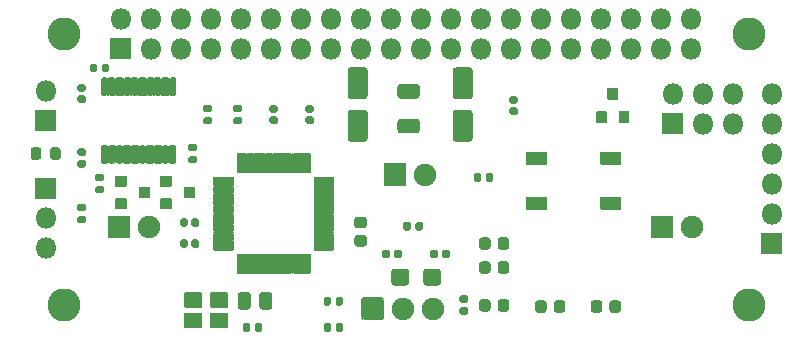
<source format=gts>
G04 #@! TF.GenerationSoftware,KiCad,Pcbnew,(5.1.10-1-10_14)*
G04 #@! TF.CreationDate,2021-10-23T22:51:03+02:00*
G04 #@! TF.ProjectId,roodialino,726f6f64-6961-46c6-996e-6f2e6b696361,1.0*
G04 #@! TF.SameCoordinates,Original*
G04 #@! TF.FileFunction,Soldermask,Top*
G04 #@! TF.FilePolarity,Negative*
%FSLAX46Y46*%
G04 Gerber Fmt 4.6, Leading zero omitted, Abs format (unit mm)*
G04 Created by KiCad (PCBNEW (5.1.10-1-10_14)) date 2021-10-23 22:51:03*
%MOMM*%
%LPD*%
G01*
G04 APERTURE LIST*
%ADD10C,1.902000*%
%ADD11C,2.802000*%
%ADD12O,1.802000X1.802000*%
%ADD13C,0.100000*%
G04 APERTURE END LIST*
G36*
G01*
X152977000Y-114731887D02*
X152977000Y-115646113D01*
G75*
G02*
X152708113Y-115915000I-268887J0D01*
G01*
X151743887Y-115915000D01*
G75*
G02*
X151475000Y-115646113I0J268887D01*
G01*
X151475000Y-114731887D01*
G75*
G02*
X151743887Y-114463000I268887J0D01*
G01*
X152708113Y-114463000D01*
G75*
G02*
X152977000Y-114731887I0J-268887D01*
G01*
G37*
G36*
G01*
X150277000Y-114731887D02*
X150277000Y-115646113D01*
G75*
G02*
X150008113Y-115915000I-268887J0D01*
G01*
X149043887Y-115915000D01*
G75*
G02*
X148775000Y-115646113I0J268887D01*
G01*
X148775000Y-114731887D01*
G75*
G02*
X149043887Y-114463000I268887J0D01*
G01*
X150008113Y-114463000D01*
G75*
G02*
X150277000Y-114731887I0J-268887D01*
G01*
G37*
G36*
G01*
X150433000Y-110660500D02*
X150433000Y-111081500D01*
G75*
G02*
X150272500Y-111242000I-160500J0D01*
G01*
X149951500Y-111242000D01*
G75*
G02*
X149791000Y-111081500I0J160500D01*
G01*
X149791000Y-110660500D01*
G75*
G02*
X149951500Y-110500000I160500J0D01*
G01*
X150272500Y-110500000D01*
G75*
G02*
X150433000Y-110660500I0J-160500D01*
G01*
G37*
G36*
G01*
X151453000Y-110660500D02*
X151453000Y-111081500D01*
G75*
G02*
X151292500Y-111242000I-160500J0D01*
G01*
X150971500Y-111242000D01*
G75*
G02*
X150811000Y-111081500I0J160500D01*
G01*
X150811000Y-110660500D01*
G75*
G02*
X150971500Y-110500000I160500J0D01*
G01*
X151292500Y-110500000D01*
G75*
G02*
X151453000Y-110660500I0J-160500D01*
G01*
G37*
G36*
G01*
X131245000Y-119433001D02*
X131245000Y-118232999D01*
G75*
G02*
X131295999Y-118182000I50999J0D01*
G01*
X132696001Y-118182000D01*
G75*
G02*
X132747000Y-118232999I0J-50999D01*
G01*
X132747000Y-119433001D01*
G75*
G02*
X132696001Y-119484000I-50999J0D01*
G01*
X131295999Y-119484000D01*
G75*
G02*
X131245000Y-119433001I0J50999D01*
G01*
G37*
G36*
G01*
X133445000Y-119433001D02*
X133445000Y-118232999D01*
G75*
G02*
X133495999Y-118182000I50999J0D01*
G01*
X134896001Y-118182000D01*
G75*
G02*
X134947000Y-118232999I0J-50999D01*
G01*
X134947000Y-119433001D01*
G75*
G02*
X134896001Y-119484000I-50999J0D01*
G01*
X133495999Y-119484000D01*
G75*
G02*
X133445000Y-119433001I0J50999D01*
G01*
G37*
G36*
G01*
X133445000Y-117733001D02*
X133445000Y-116532999D01*
G75*
G02*
X133495999Y-116482000I50999J0D01*
G01*
X134896001Y-116482000D01*
G75*
G02*
X134947000Y-116532999I0J-50999D01*
G01*
X134947000Y-117733001D01*
G75*
G02*
X134896001Y-117784000I-50999J0D01*
G01*
X133495999Y-117784000D01*
G75*
G02*
X133445000Y-117733001I0J50999D01*
G01*
G37*
G36*
G01*
X131245000Y-117733001D02*
X131245000Y-116532999D01*
G75*
G02*
X131295999Y-116482000I50999J0D01*
G01*
X132696001Y-116482000D01*
G75*
G02*
X132747000Y-116532999I0J-50999D01*
G01*
X132747000Y-117733001D01*
G75*
G02*
X132696001Y-117784000I-50999J0D01*
G01*
X131295999Y-117784000D01*
G75*
G02*
X131245000Y-117733001I0J50999D01*
G01*
G37*
D10*
X151612600Y-106502200D03*
G36*
G01*
X148121600Y-107402200D02*
X148121600Y-105602200D01*
G75*
G02*
X148172600Y-105551200I51000J0D01*
G01*
X149972600Y-105551200D01*
G75*
G02*
X150023600Y-105602200I0J-51000D01*
G01*
X150023600Y-107402200D01*
G75*
G02*
X149972600Y-107453200I-51000J0D01*
G01*
X148172600Y-107453200D01*
G75*
G02*
X148121600Y-107402200I0J51000D01*
G01*
G37*
D11*
X121032000Y-94568000D03*
X179032000Y-94568000D03*
X179032000Y-117568000D03*
X121032000Y-117568000D03*
G36*
G01*
X146453500Y-112608000D02*
X145902500Y-112608000D01*
G75*
G02*
X145652000Y-112357500I0J250500D01*
G01*
X145652000Y-111856500D01*
G75*
G02*
X145902500Y-111606000I250500J0D01*
G01*
X146453500Y-111606000D01*
G75*
G02*
X146704000Y-111856500I0J-250500D01*
G01*
X146704000Y-112357500D01*
G75*
G02*
X146453500Y-112608000I-250500J0D01*
G01*
G37*
G36*
G01*
X146453500Y-111058000D02*
X145902500Y-111058000D01*
G75*
G02*
X145652000Y-110807500I0J250500D01*
G01*
X145652000Y-110306500D01*
G75*
G02*
X145902500Y-110056000I250500J0D01*
G01*
X146453500Y-110056000D01*
G75*
G02*
X146704000Y-110306500I0J-250500D01*
G01*
X146704000Y-110807500D01*
G75*
G02*
X146453500Y-111058000I-250500J0D01*
G01*
G37*
G36*
G01*
X131849000Y-110765500D02*
X131849000Y-110374500D01*
G75*
G02*
X132014500Y-110209000I165500J0D01*
G01*
X132345500Y-110209000D01*
G75*
G02*
X132511000Y-110374500I0J-165500D01*
G01*
X132511000Y-110765500D01*
G75*
G02*
X132345500Y-110931000I-165500J0D01*
G01*
X132014500Y-110931000D01*
G75*
G02*
X131849000Y-110765500I0J165500D01*
G01*
G37*
G36*
G01*
X130889000Y-110765500D02*
X130889000Y-110374500D01*
G75*
G02*
X131054500Y-110209000I165500J0D01*
G01*
X131385500Y-110209000D01*
G75*
G02*
X131551000Y-110374500I0J-165500D01*
G01*
X131551000Y-110765500D01*
G75*
G02*
X131385500Y-110931000I-165500J0D01*
G01*
X131054500Y-110931000D01*
G75*
G02*
X130889000Y-110765500I0J165500D01*
G01*
G37*
G36*
G01*
X130889000Y-112543500D02*
X130889000Y-112152500D01*
G75*
G02*
X131054500Y-111987000I165500J0D01*
G01*
X131385500Y-111987000D01*
G75*
G02*
X131551000Y-112152500I0J-165500D01*
G01*
X131551000Y-112543500D01*
G75*
G02*
X131385500Y-112709000I-165500J0D01*
G01*
X131054500Y-112709000D01*
G75*
G02*
X130889000Y-112543500I0J165500D01*
G01*
G37*
G36*
G01*
X131849000Y-112543500D02*
X131849000Y-112152500D01*
G75*
G02*
X132014500Y-111987000I165500J0D01*
G01*
X132345500Y-111987000D01*
G75*
G02*
X132511000Y-112152500I0J-165500D01*
G01*
X132511000Y-112543500D01*
G75*
G02*
X132345500Y-112709000I-165500J0D01*
G01*
X132014500Y-112709000D01*
G75*
G02*
X131849000Y-112543500I0J165500D01*
G01*
G37*
G36*
G01*
X150920828Y-103019000D02*
X149563172Y-103019000D01*
G75*
G02*
X149291000Y-102746828I0J272172D01*
G01*
X149291000Y-102039172D01*
G75*
G02*
X149563172Y-101767000I272172J0D01*
G01*
X150920828Y-101767000D01*
G75*
G02*
X151193000Y-102039172I0J-272172D01*
G01*
X151193000Y-102746828D01*
G75*
G02*
X150920828Y-103019000I-272172J0D01*
G01*
G37*
G36*
G01*
X150920828Y-100069000D02*
X149563172Y-100069000D01*
G75*
G02*
X149291000Y-99796828I0J272172D01*
G01*
X149291000Y-99089172D01*
G75*
G02*
X149563172Y-98817000I272172J0D01*
G01*
X150920828Y-98817000D01*
G75*
G02*
X151193000Y-99089172I0J-272172D01*
G01*
X151193000Y-99796828D01*
G75*
G02*
X150920828Y-100069000I-272172J0D01*
G01*
G37*
G36*
G01*
X158757000Y-112066250D02*
X158757000Y-112629750D01*
G75*
G02*
X158512750Y-112874000I-244250J0D01*
G01*
X158024250Y-112874000D01*
G75*
G02*
X157780000Y-112629750I0J244250D01*
G01*
X157780000Y-112066250D01*
G75*
G02*
X158024250Y-111822000I244250J0D01*
G01*
X158512750Y-111822000D01*
G75*
G02*
X158757000Y-112066250I0J-244250D01*
G01*
G37*
G36*
G01*
X157182000Y-112066250D02*
X157182000Y-112629750D01*
G75*
G02*
X156937750Y-112874000I-244250J0D01*
G01*
X156449250Y-112874000D01*
G75*
G02*
X156205000Y-112629750I0J244250D01*
G01*
X156205000Y-112066250D01*
G75*
G02*
X156449250Y-111822000I244250J0D01*
G01*
X156937750Y-111822000D01*
G75*
G02*
X157182000Y-112066250I0J-244250D01*
G01*
G37*
G36*
G01*
X157182000Y-114098250D02*
X157182000Y-114661750D01*
G75*
G02*
X156937750Y-114906000I-244250J0D01*
G01*
X156449250Y-114906000D01*
G75*
G02*
X156205000Y-114661750I0J244250D01*
G01*
X156205000Y-114098250D01*
G75*
G02*
X156449250Y-113854000I244250J0D01*
G01*
X156937750Y-113854000D01*
G75*
G02*
X157182000Y-114098250I0J-244250D01*
G01*
G37*
G36*
G01*
X158757000Y-114098250D02*
X158757000Y-114661750D01*
G75*
G02*
X158512750Y-114906000I-244250J0D01*
G01*
X158024250Y-114906000D01*
G75*
G02*
X157780000Y-114661750I0J244250D01*
G01*
X157780000Y-114098250D01*
G75*
G02*
X158024250Y-113854000I244250J0D01*
G01*
X158512750Y-113854000D01*
G75*
G02*
X158757000Y-114098250I0J-244250D01*
G01*
G37*
G36*
G01*
X158757000Y-117298650D02*
X158757000Y-117862150D01*
G75*
G02*
X158512750Y-118106400I-244250J0D01*
G01*
X158024250Y-118106400D01*
G75*
G02*
X157780000Y-117862150I0J244250D01*
G01*
X157780000Y-117298650D01*
G75*
G02*
X158024250Y-117054400I244250J0D01*
G01*
X158512750Y-117054400D01*
G75*
G02*
X158757000Y-117298650I0J-244250D01*
G01*
G37*
G36*
G01*
X157182000Y-117298650D02*
X157182000Y-117862150D01*
G75*
G02*
X156937750Y-118106400I-244250J0D01*
G01*
X156449250Y-118106400D01*
G75*
G02*
X156205000Y-117862150I0J244250D01*
G01*
X156205000Y-117298650D01*
G75*
G02*
X156449250Y-117054400I244250J0D01*
G01*
X156937750Y-117054400D01*
G75*
G02*
X157182000Y-117298650I0J-244250D01*
G01*
G37*
G36*
G01*
X124780000Y-111851000D02*
X124780000Y-110051000D01*
G75*
G02*
X124831000Y-110000000I51000J0D01*
G01*
X126631000Y-110000000D01*
G75*
G02*
X126682000Y-110051000I0J-51000D01*
G01*
X126682000Y-111851000D01*
G75*
G02*
X126631000Y-111902000I-51000J0D01*
G01*
X124831000Y-111902000D01*
G75*
G02*
X124780000Y-111851000I0J51000D01*
G01*
G37*
D10*
X128271000Y-110951000D03*
X174245000Y-110951000D03*
G36*
G01*
X170754000Y-111851000D02*
X170754000Y-110051000D01*
G75*
G02*
X170805000Y-110000000I51000J0D01*
G01*
X172605000Y-110000000D01*
G75*
G02*
X172656000Y-110051000I0J-51000D01*
G01*
X172656000Y-111851000D01*
G75*
G02*
X172605000Y-111902000I-51000J0D01*
G01*
X170805000Y-111902000D01*
G75*
G02*
X170754000Y-111851000I0J51000D01*
G01*
G37*
G36*
G01*
X125008000Y-94937000D02*
X126708000Y-94937000D01*
G75*
G02*
X126759000Y-94988000I0J-51000D01*
G01*
X126759000Y-96688000D01*
G75*
G02*
X126708000Y-96739000I-51000J0D01*
G01*
X125008000Y-96739000D01*
G75*
G02*
X124957000Y-96688000I0J51000D01*
G01*
X124957000Y-94988000D01*
G75*
G02*
X125008000Y-94937000I51000J0D01*
G01*
G37*
D12*
X125858000Y-93298000D03*
X128398000Y-95838000D03*
X128398000Y-93298000D03*
X130938000Y-95838000D03*
X130938000Y-93298000D03*
X133478000Y-95838000D03*
X133478000Y-93298000D03*
X136018000Y-95838000D03*
X136018000Y-93298000D03*
X138558000Y-95838000D03*
X138558000Y-93298000D03*
X141098000Y-95838000D03*
X141098000Y-93298000D03*
X143638000Y-95838000D03*
X143638000Y-93298000D03*
X146178000Y-95838000D03*
X146178000Y-93298000D03*
X148718000Y-95838000D03*
X148718000Y-93298000D03*
X151258000Y-95838000D03*
X151258000Y-93298000D03*
X153798000Y-95838000D03*
X153798000Y-93298000D03*
X156338000Y-95838000D03*
X156338000Y-93298000D03*
X158878000Y-95838000D03*
X158878000Y-93298000D03*
X161418000Y-95838000D03*
X161418000Y-93298000D03*
X163958000Y-95838000D03*
X163958000Y-93298000D03*
X166498000Y-95838000D03*
X166498000Y-93298000D03*
X169038000Y-95838000D03*
X169038000Y-93298000D03*
X171578000Y-95838000D03*
X171578000Y-93298000D03*
X174118000Y-95838000D03*
X174118000Y-93298000D03*
G36*
G01*
X173444000Y-103089000D02*
X171744000Y-103089000D01*
G75*
G02*
X171693000Y-103038000I0J51000D01*
G01*
X171693000Y-101338000D01*
G75*
G02*
X171744000Y-101287000I51000J0D01*
G01*
X173444000Y-101287000D01*
G75*
G02*
X173495000Y-101338000I0J-51000D01*
G01*
X173495000Y-103038000D01*
G75*
G02*
X173444000Y-103089000I-51000J0D01*
G01*
G37*
X172594000Y-99648000D03*
X175134000Y-102188000D03*
X175134000Y-99648000D03*
X177674000Y-102188000D03*
X177674000Y-99648000D03*
G36*
G01*
X118606000Y-108520600D02*
X118606000Y-106820600D01*
G75*
G02*
X118657000Y-106769600I51000J0D01*
G01*
X120357000Y-106769600D01*
G75*
G02*
X120408000Y-106820600I0J-51000D01*
G01*
X120408000Y-108520600D01*
G75*
G02*
X120357000Y-108571600I-51000J0D01*
G01*
X118657000Y-108571600D01*
G75*
G02*
X118606000Y-108520600I0J51000D01*
G01*
G37*
X119507000Y-110210600D03*
X119507000Y-112750600D03*
G36*
G01*
X120409000Y-101084000D02*
X120409000Y-102784000D01*
G75*
G02*
X120358000Y-102835000I-51000J0D01*
G01*
X118658000Y-102835000D01*
G75*
G02*
X118607000Y-102784000I0J51000D01*
G01*
X118607000Y-101084000D01*
G75*
G02*
X118658000Y-101033000I51000J0D01*
G01*
X120358000Y-101033000D01*
G75*
G02*
X120409000Y-101084000I0J-51000D01*
G01*
G37*
X119508000Y-99394000D03*
G36*
G01*
X167914000Y-100165000D02*
X167114000Y-100165000D01*
G75*
G02*
X167063000Y-100114000I0J51000D01*
G01*
X167063000Y-99214000D01*
G75*
G02*
X167114000Y-99163000I51000J0D01*
G01*
X167914000Y-99163000D01*
G75*
G02*
X167965000Y-99214000I0J-51000D01*
G01*
X167965000Y-100114000D01*
G75*
G02*
X167914000Y-100165000I-51000J0D01*
G01*
G37*
G36*
G01*
X168864000Y-102165000D02*
X168064000Y-102165000D01*
G75*
G02*
X168013000Y-102114000I0J51000D01*
G01*
X168013000Y-101214000D01*
G75*
G02*
X168064000Y-101163000I51000J0D01*
G01*
X168864000Y-101163000D01*
G75*
G02*
X168915000Y-101214000I0J-51000D01*
G01*
X168915000Y-102114000D01*
G75*
G02*
X168864000Y-102165000I-51000J0D01*
G01*
G37*
G36*
G01*
X166964000Y-102165000D02*
X166164000Y-102165000D01*
G75*
G02*
X166113000Y-102114000I0J51000D01*
G01*
X166113000Y-101214000D01*
G75*
G02*
X166164000Y-101163000I51000J0D01*
G01*
X166964000Y-101163000D01*
G75*
G02*
X167015000Y-101214000I0J-51000D01*
G01*
X167015000Y-102114000D01*
G75*
G02*
X166964000Y-102165000I-51000J0D01*
G01*
G37*
G36*
G01*
X125373000Y-107480000D02*
X125373000Y-106680000D01*
G75*
G02*
X125424000Y-106629000I51000J0D01*
G01*
X126324000Y-106629000D01*
G75*
G02*
X126375000Y-106680000I0J-51000D01*
G01*
X126375000Y-107480000D01*
G75*
G02*
X126324000Y-107531000I-51000J0D01*
G01*
X125424000Y-107531000D01*
G75*
G02*
X125373000Y-107480000I0J51000D01*
G01*
G37*
G36*
G01*
X125373000Y-109380000D02*
X125373000Y-108580000D01*
G75*
G02*
X125424000Y-108529000I51000J0D01*
G01*
X126324000Y-108529000D01*
G75*
G02*
X126375000Y-108580000I0J-51000D01*
G01*
X126375000Y-109380000D01*
G75*
G02*
X126324000Y-109431000I-51000J0D01*
G01*
X125424000Y-109431000D01*
G75*
G02*
X125373000Y-109380000I0J51000D01*
G01*
G37*
G36*
G01*
X127373000Y-108430000D02*
X127373000Y-107630000D01*
G75*
G02*
X127424000Y-107579000I51000J0D01*
G01*
X128324000Y-107579000D01*
G75*
G02*
X128375000Y-107630000I0J-51000D01*
G01*
X128375000Y-108430000D01*
G75*
G02*
X128324000Y-108481000I-51000J0D01*
G01*
X127424000Y-108481000D01*
G75*
G02*
X127373000Y-108430000I0J51000D01*
G01*
G37*
G36*
G01*
X129183000Y-107480000D02*
X129183000Y-106680000D01*
G75*
G02*
X129234000Y-106629000I51000J0D01*
G01*
X130134000Y-106629000D01*
G75*
G02*
X130185000Y-106680000I0J-51000D01*
G01*
X130185000Y-107480000D01*
G75*
G02*
X130134000Y-107531000I-51000J0D01*
G01*
X129234000Y-107531000D01*
G75*
G02*
X129183000Y-107480000I0J51000D01*
G01*
G37*
G36*
G01*
X129183000Y-109380000D02*
X129183000Y-108580000D01*
G75*
G02*
X129234000Y-108529000I51000J0D01*
G01*
X130134000Y-108529000D01*
G75*
G02*
X130185000Y-108580000I0J-51000D01*
G01*
X130185000Y-109380000D01*
G75*
G02*
X130134000Y-109431000I-51000J0D01*
G01*
X129234000Y-109431000D01*
G75*
G02*
X129183000Y-109380000I0J51000D01*
G01*
G37*
G36*
G01*
X131183000Y-108430000D02*
X131183000Y-107630000D01*
G75*
G02*
X131234000Y-107579000I51000J0D01*
G01*
X132134000Y-107579000D01*
G75*
G02*
X132185000Y-107630000I0J-51000D01*
G01*
X132185000Y-108430000D01*
G75*
G02*
X132134000Y-108481000I-51000J0D01*
G01*
X131234000Y-108481000D01*
G75*
G02*
X131183000Y-108430000I0J51000D01*
G01*
G37*
G36*
G01*
X138712200Y-116719475D02*
X138712200Y-117671725D01*
G75*
G02*
X138437325Y-117946600I-274875J0D01*
G01*
X137860075Y-117946600D01*
G75*
G02*
X137585200Y-117671725I0J274875D01*
G01*
X137585200Y-116719475D01*
G75*
G02*
X137860075Y-116444600I274875J0D01*
G01*
X138437325Y-116444600D01*
G75*
G02*
X138712200Y-116719475I0J-274875D01*
G01*
G37*
G36*
G01*
X136887200Y-116719475D02*
X136887200Y-117671725D01*
G75*
G02*
X136612325Y-117946600I-274875J0D01*
G01*
X136035075Y-117946600D01*
G75*
G02*
X135760200Y-117671725I0J274875D01*
G01*
X135760200Y-116719475D01*
G75*
G02*
X136035075Y-116444600I274875J0D01*
G01*
X136612325Y-116444600D01*
G75*
G02*
X136887200Y-116719475I0J-274875D01*
G01*
G37*
G36*
G01*
X136844000Y-119249500D02*
X136844000Y-119670500D01*
G75*
G02*
X136683500Y-119831000I-160500J0D01*
G01*
X136362500Y-119831000D01*
G75*
G02*
X136202000Y-119670500I0J160500D01*
G01*
X136202000Y-119249500D01*
G75*
G02*
X136362500Y-119089000I160500J0D01*
G01*
X136683500Y-119089000D01*
G75*
G02*
X136844000Y-119249500I0J-160500D01*
G01*
G37*
G36*
G01*
X137864000Y-119249500D02*
X137864000Y-119670500D01*
G75*
G02*
X137703500Y-119831000I-160500J0D01*
G01*
X137382500Y-119831000D01*
G75*
G02*
X137222000Y-119670500I0J160500D01*
G01*
X137222000Y-119249500D01*
G75*
G02*
X137382500Y-119089000I160500J0D01*
G01*
X137703500Y-119089000D01*
G75*
G02*
X137864000Y-119249500I0J-160500D01*
G01*
G37*
G36*
G01*
X143060000Y-119670500D02*
X143060000Y-119249500D01*
G75*
G02*
X143220500Y-119089000I160500J0D01*
G01*
X143541500Y-119089000D01*
G75*
G02*
X143702000Y-119249500I0J-160500D01*
G01*
X143702000Y-119670500D01*
G75*
G02*
X143541500Y-119831000I-160500J0D01*
G01*
X143220500Y-119831000D01*
G75*
G02*
X143060000Y-119670500I0J160500D01*
G01*
G37*
G36*
G01*
X144080000Y-119670500D02*
X144080000Y-119249500D01*
G75*
G02*
X144240500Y-119089000I160500J0D01*
G01*
X144561500Y-119089000D01*
G75*
G02*
X144722000Y-119249500I0J-160500D01*
G01*
X144722000Y-119670500D01*
G75*
G02*
X144561500Y-119831000I-160500J0D01*
G01*
X144240500Y-119831000D01*
G75*
G02*
X144080000Y-119670500I0J160500D01*
G01*
G37*
G36*
G01*
X124268000Y-97695700D02*
X124268000Y-97274700D01*
G75*
G02*
X124428500Y-97114200I160500J0D01*
G01*
X124749500Y-97114200D01*
G75*
G02*
X124910000Y-97274700I0J-160500D01*
G01*
X124910000Y-97695700D01*
G75*
G02*
X124749500Y-97856200I-160500J0D01*
G01*
X124428500Y-97856200D01*
G75*
G02*
X124268000Y-97695700I0J160500D01*
G01*
G37*
G36*
G01*
X123248000Y-97695700D02*
X123248000Y-97274700D01*
G75*
G02*
X123408500Y-97114200I160500J0D01*
G01*
X123729500Y-97114200D01*
G75*
G02*
X123890000Y-97274700I0J-160500D01*
G01*
X123890000Y-97695700D01*
G75*
G02*
X123729500Y-97856200I-160500J0D01*
G01*
X123408500Y-97856200D01*
G75*
G02*
X123248000Y-97695700I0J160500D01*
G01*
G37*
G36*
G01*
X122766500Y-109619000D02*
X122345500Y-109619000D01*
G75*
G02*
X122185000Y-109458500I0J160500D01*
G01*
X122185000Y-109137500D01*
G75*
G02*
X122345500Y-108977000I160500J0D01*
G01*
X122766500Y-108977000D01*
G75*
G02*
X122927000Y-109137500I0J-160500D01*
G01*
X122927000Y-109458500D01*
G75*
G02*
X122766500Y-109619000I-160500J0D01*
G01*
G37*
G36*
G01*
X122766500Y-110639000D02*
X122345500Y-110639000D01*
G75*
G02*
X122185000Y-110478500I0J160500D01*
G01*
X122185000Y-110157500D01*
G75*
G02*
X122345500Y-109997000I160500J0D01*
G01*
X122766500Y-109997000D01*
G75*
G02*
X122927000Y-110157500I0J-160500D01*
G01*
X122927000Y-110478500D01*
G75*
G02*
X122766500Y-110639000I-160500J0D01*
G01*
G37*
G36*
G01*
X133434500Y-102257000D02*
X133013500Y-102257000D01*
G75*
G02*
X132853000Y-102096500I0J160500D01*
G01*
X132853000Y-101775500D01*
G75*
G02*
X133013500Y-101615000I160500J0D01*
G01*
X133434500Y-101615000D01*
G75*
G02*
X133595000Y-101775500I0J-160500D01*
G01*
X133595000Y-102096500D01*
G75*
G02*
X133434500Y-102257000I-160500J0D01*
G01*
G37*
G36*
G01*
X133434500Y-101237000D02*
X133013500Y-101237000D01*
G75*
G02*
X132853000Y-101076500I0J160500D01*
G01*
X132853000Y-100755500D01*
G75*
G02*
X133013500Y-100595000I160500J0D01*
G01*
X133434500Y-100595000D01*
G75*
G02*
X133595000Y-100755500I0J-160500D01*
G01*
X133595000Y-101076500D01*
G75*
G02*
X133434500Y-101237000I-160500J0D01*
G01*
G37*
G36*
G01*
X123869500Y-106437000D02*
X124290500Y-106437000D01*
G75*
G02*
X124451000Y-106597500I0J-160500D01*
G01*
X124451000Y-106918500D01*
G75*
G02*
X124290500Y-107079000I-160500J0D01*
G01*
X123869500Y-107079000D01*
G75*
G02*
X123709000Y-106918500I0J160500D01*
G01*
X123709000Y-106597500D01*
G75*
G02*
X123869500Y-106437000I160500J0D01*
G01*
G37*
G36*
G01*
X123869500Y-107457000D02*
X124290500Y-107457000D01*
G75*
G02*
X124451000Y-107617500I0J-160500D01*
G01*
X124451000Y-107938500D01*
G75*
G02*
X124290500Y-108099000I-160500J0D01*
G01*
X123869500Y-108099000D01*
G75*
G02*
X123709000Y-107938500I0J160500D01*
G01*
X123709000Y-107617500D01*
G75*
G02*
X123869500Y-107457000I160500J0D01*
G01*
G37*
G36*
G01*
X132164500Y-104539000D02*
X131743500Y-104539000D01*
G75*
G02*
X131583000Y-104378500I0J160500D01*
G01*
X131583000Y-104057500D01*
G75*
G02*
X131743500Y-103897000I160500J0D01*
G01*
X132164500Y-103897000D01*
G75*
G02*
X132325000Y-104057500I0J-160500D01*
G01*
X132325000Y-104378500D01*
G75*
G02*
X132164500Y-104539000I-160500J0D01*
G01*
G37*
G36*
G01*
X132164500Y-105559000D02*
X131743500Y-105559000D01*
G75*
G02*
X131583000Y-105398500I0J160500D01*
G01*
X131583000Y-105077500D01*
G75*
G02*
X131743500Y-104917000I160500J0D01*
G01*
X132164500Y-104917000D01*
G75*
G02*
X132325000Y-105077500I0J-160500D01*
G01*
X132325000Y-105398500D01*
G75*
G02*
X132164500Y-105559000I-160500J0D01*
G01*
G37*
G36*
G01*
X168263000Y-108414000D02*
X168263000Y-109414000D01*
G75*
G02*
X168212000Y-109465000I-51000J0D01*
G01*
X166512000Y-109465000D01*
G75*
G02*
X166461000Y-109414000I0J51000D01*
G01*
X166461000Y-108414000D01*
G75*
G02*
X166512000Y-108363000I51000J0D01*
G01*
X168212000Y-108363000D01*
G75*
G02*
X168263000Y-108414000I0J-51000D01*
G01*
G37*
G36*
G01*
X161963000Y-108414000D02*
X161963000Y-109414000D01*
G75*
G02*
X161912000Y-109465000I-51000J0D01*
G01*
X160212000Y-109465000D01*
G75*
G02*
X160161000Y-109414000I0J51000D01*
G01*
X160161000Y-108414000D01*
G75*
G02*
X160212000Y-108363000I51000J0D01*
G01*
X161912000Y-108363000D01*
G75*
G02*
X161963000Y-108414000I0J-51000D01*
G01*
G37*
G36*
G01*
X168263000Y-104614000D02*
X168263000Y-105614000D01*
G75*
G02*
X168212000Y-105665000I-51000J0D01*
G01*
X166512000Y-105665000D01*
G75*
G02*
X166461000Y-105614000I0J51000D01*
G01*
X166461000Y-104614000D01*
G75*
G02*
X166512000Y-104563000I51000J0D01*
G01*
X168212000Y-104563000D01*
G75*
G02*
X168263000Y-104614000I0J-51000D01*
G01*
G37*
G36*
G01*
X161963000Y-104614000D02*
X161963000Y-105614000D01*
G75*
G02*
X161912000Y-105665000I-51000J0D01*
G01*
X160212000Y-105665000D01*
G75*
G02*
X160161000Y-105614000I0J51000D01*
G01*
X160161000Y-104614000D01*
G75*
G02*
X160212000Y-104563000I51000J0D01*
G01*
X161912000Y-104563000D01*
G75*
G02*
X161963000Y-104614000I0J-51000D01*
G01*
G37*
G36*
G01*
X133711000Y-107283000D02*
X133711000Y-106733000D01*
G75*
G02*
X133762000Y-106682000I51000J0D01*
G01*
X135362000Y-106682000D01*
G75*
G02*
X135413000Y-106733000I0J-51000D01*
G01*
X135413000Y-107283000D01*
G75*
G02*
X135362000Y-107334000I-51000J0D01*
G01*
X133762000Y-107334000D01*
G75*
G02*
X133711000Y-107283000I0J51000D01*
G01*
G37*
G36*
G01*
X133711000Y-108083000D02*
X133711000Y-107533000D01*
G75*
G02*
X133762000Y-107482000I51000J0D01*
G01*
X135362000Y-107482000D01*
G75*
G02*
X135413000Y-107533000I0J-51000D01*
G01*
X135413000Y-108083000D01*
G75*
G02*
X135362000Y-108134000I-51000J0D01*
G01*
X133762000Y-108134000D01*
G75*
G02*
X133711000Y-108083000I0J51000D01*
G01*
G37*
G36*
G01*
X133711000Y-108883000D02*
X133711000Y-108333000D01*
G75*
G02*
X133762000Y-108282000I51000J0D01*
G01*
X135362000Y-108282000D01*
G75*
G02*
X135413000Y-108333000I0J-51000D01*
G01*
X135413000Y-108883000D01*
G75*
G02*
X135362000Y-108934000I-51000J0D01*
G01*
X133762000Y-108934000D01*
G75*
G02*
X133711000Y-108883000I0J51000D01*
G01*
G37*
G36*
G01*
X133711000Y-109683000D02*
X133711000Y-109133000D01*
G75*
G02*
X133762000Y-109082000I51000J0D01*
G01*
X135362000Y-109082000D01*
G75*
G02*
X135413000Y-109133000I0J-51000D01*
G01*
X135413000Y-109683000D01*
G75*
G02*
X135362000Y-109734000I-51000J0D01*
G01*
X133762000Y-109734000D01*
G75*
G02*
X133711000Y-109683000I0J51000D01*
G01*
G37*
G36*
G01*
X133711000Y-110483000D02*
X133711000Y-109933000D01*
G75*
G02*
X133762000Y-109882000I51000J0D01*
G01*
X135362000Y-109882000D01*
G75*
G02*
X135413000Y-109933000I0J-51000D01*
G01*
X135413000Y-110483000D01*
G75*
G02*
X135362000Y-110534000I-51000J0D01*
G01*
X133762000Y-110534000D01*
G75*
G02*
X133711000Y-110483000I0J51000D01*
G01*
G37*
G36*
G01*
X133711000Y-111283000D02*
X133711000Y-110733000D01*
G75*
G02*
X133762000Y-110682000I51000J0D01*
G01*
X135362000Y-110682000D01*
G75*
G02*
X135413000Y-110733000I0J-51000D01*
G01*
X135413000Y-111283000D01*
G75*
G02*
X135362000Y-111334000I-51000J0D01*
G01*
X133762000Y-111334000D01*
G75*
G02*
X133711000Y-111283000I0J51000D01*
G01*
G37*
G36*
G01*
X133711000Y-112083000D02*
X133711000Y-111533000D01*
G75*
G02*
X133762000Y-111482000I51000J0D01*
G01*
X135362000Y-111482000D01*
G75*
G02*
X135413000Y-111533000I0J-51000D01*
G01*
X135413000Y-112083000D01*
G75*
G02*
X135362000Y-112134000I-51000J0D01*
G01*
X133762000Y-112134000D01*
G75*
G02*
X133711000Y-112083000I0J51000D01*
G01*
G37*
G36*
G01*
X133711000Y-112883000D02*
X133711000Y-112333000D01*
G75*
G02*
X133762000Y-112282000I51000J0D01*
G01*
X135362000Y-112282000D01*
G75*
G02*
X135413000Y-112333000I0J-51000D01*
G01*
X135413000Y-112883000D01*
G75*
G02*
X135362000Y-112934000I-51000J0D01*
G01*
X133762000Y-112934000D01*
G75*
G02*
X133711000Y-112883000I0J51000D01*
G01*
G37*
G36*
G01*
X136287000Y-114909000D02*
X135737000Y-114909000D01*
G75*
G02*
X135686000Y-114858000I0J51000D01*
G01*
X135686000Y-113258000D01*
G75*
G02*
X135737000Y-113207000I51000J0D01*
G01*
X136287000Y-113207000D01*
G75*
G02*
X136338000Y-113258000I0J-51000D01*
G01*
X136338000Y-114858000D01*
G75*
G02*
X136287000Y-114909000I-51000J0D01*
G01*
G37*
G36*
G01*
X137087000Y-114909000D02*
X136537000Y-114909000D01*
G75*
G02*
X136486000Y-114858000I0J51000D01*
G01*
X136486000Y-113258000D01*
G75*
G02*
X136537000Y-113207000I51000J0D01*
G01*
X137087000Y-113207000D01*
G75*
G02*
X137138000Y-113258000I0J-51000D01*
G01*
X137138000Y-114858000D01*
G75*
G02*
X137087000Y-114909000I-51000J0D01*
G01*
G37*
G36*
G01*
X137887000Y-114909000D02*
X137337000Y-114909000D01*
G75*
G02*
X137286000Y-114858000I0J51000D01*
G01*
X137286000Y-113258000D01*
G75*
G02*
X137337000Y-113207000I51000J0D01*
G01*
X137887000Y-113207000D01*
G75*
G02*
X137938000Y-113258000I0J-51000D01*
G01*
X137938000Y-114858000D01*
G75*
G02*
X137887000Y-114909000I-51000J0D01*
G01*
G37*
G36*
G01*
X138687000Y-114909000D02*
X138137000Y-114909000D01*
G75*
G02*
X138086000Y-114858000I0J51000D01*
G01*
X138086000Y-113258000D01*
G75*
G02*
X138137000Y-113207000I51000J0D01*
G01*
X138687000Y-113207000D01*
G75*
G02*
X138738000Y-113258000I0J-51000D01*
G01*
X138738000Y-114858000D01*
G75*
G02*
X138687000Y-114909000I-51000J0D01*
G01*
G37*
G36*
G01*
X139487000Y-114909000D02*
X138937000Y-114909000D01*
G75*
G02*
X138886000Y-114858000I0J51000D01*
G01*
X138886000Y-113258000D01*
G75*
G02*
X138937000Y-113207000I51000J0D01*
G01*
X139487000Y-113207000D01*
G75*
G02*
X139538000Y-113258000I0J-51000D01*
G01*
X139538000Y-114858000D01*
G75*
G02*
X139487000Y-114909000I-51000J0D01*
G01*
G37*
G36*
G01*
X140287000Y-114909000D02*
X139737000Y-114909000D01*
G75*
G02*
X139686000Y-114858000I0J51000D01*
G01*
X139686000Y-113258000D01*
G75*
G02*
X139737000Y-113207000I51000J0D01*
G01*
X140287000Y-113207000D01*
G75*
G02*
X140338000Y-113258000I0J-51000D01*
G01*
X140338000Y-114858000D01*
G75*
G02*
X140287000Y-114909000I-51000J0D01*
G01*
G37*
G36*
G01*
X141087000Y-114909000D02*
X140537000Y-114909000D01*
G75*
G02*
X140486000Y-114858000I0J51000D01*
G01*
X140486000Y-113258000D01*
G75*
G02*
X140537000Y-113207000I51000J0D01*
G01*
X141087000Y-113207000D01*
G75*
G02*
X141138000Y-113258000I0J-51000D01*
G01*
X141138000Y-114858000D01*
G75*
G02*
X141087000Y-114909000I-51000J0D01*
G01*
G37*
G36*
G01*
X141887000Y-114909000D02*
X141337000Y-114909000D01*
G75*
G02*
X141286000Y-114858000I0J51000D01*
G01*
X141286000Y-113258000D01*
G75*
G02*
X141337000Y-113207000I51000J0D01*
G01*
X141887000Y-113207000D01*
G75*
G02*
X141938000Y-113258000I0J-51000D01*
G01*
X141938000Y-114858000D01*
G75*
G02*
X141887000Y-114909000I-51000J0D01*
G01*
G37*
G36*
G01*
X142211000Y-112883000D02*
X142211000Y-112333000D01*
G75*
G02*
X142262000Y-112282000I51000J0D01*
G01*
X143862000Y-112282000D01*
G75*
G02*
X143913000Y-112333000I0J-51000D01*
G01*
X143913000Y-112883000D01*
G75*
G02*
X143862000Y-112934000I-51000J0D01*
G01*
X142262000Y-112934000D01*
G75*
G02*
X142211000Y-112883000I0J51000D01*
G01*
G37*
G36*
G01*
X142211000Y-112083000D02*
X142211000Y-111533000D01*
G75*
G02*
X142262000Y-111482000I51000J0D01*
G01*
X143862000Y-111482000D01*
G75*
G02*
X143913000Y-111533000I0J-51000D01*
G01*
X143913000Y-112083000D01*
G75*
G02*
X143862000Y-112134000I-51000J0D01*
G01*
X142262000Y-112134000D01*
G75*
G02*
X142211000Y-112083000I0J51000D01*
G01*
G37*
G36*
G01*
X142211000Y-111283000D02*
X142211000Y-110733000D01*
G75*
G02*
X142262000Y-110682000I51000J0D01*
G01*
X143862000Y-110682000D01*
G75*
G02*
X143913000Y-110733000I0J-51000D01*
G01*
X143913000Y-111283000D01*
G75*
G02*
X143862000Y-111334000I-51000J0D01*
G01*
X142262000Y-111334000D01*
G75*
G02*
X142211000Y-111283000I0J51000D01*
G01*
G37*
G36*
G01*
X142211000Y-110483000D02*
X142211000Y-109933000D01*
G75*
G02*
X142262000Y-109882000I51000J0D01*
G01*
X143862000Y-109882000D01*
G75*
G02*
X143913000Y-109933000I0J-51000D01*
G01*
X143913000Y-110483000D01*
G75*
G02*
X143862000Y-110534000I-51000J0D01*
G01*
X142262000Y-110534000D01*
G75*
G02*
X142211000Y-110483000I0J51000D01*
G01*
G37*
G36*
G01*
X142211000Y-109683000D02*
X142211000Y-109133000D01*
G75*
G02*
X142262000Y-109082000I51000J0D01*
G01*
X143862000Y-109082000D01*
G75*
G02*
X143913000Y-109133000I0J-51000D01*
G01*
X143913000Y-109683000D01*
G75*
G02*
X143862000Y-109734000I-51000J0D01*
G01*
X142262000Y-109734000D01*
G75*
G02*
X142211000Y-109683000I0J51000D01*
G01*
G37*
G36*
G01*
X142211000Y-108883000D02*
X142211000Y-108333000D01*
G75*
G02*
X142262000Y-108282000I51000J0D01*
G01*
X143862000Y-108282000D01*
G75*
G02*
X143913000Y-108333000I0J-51000D01*
G01*
X143913000Y-108883000D01*
G75*
G02*
X143862000Y-108934000I-51000J0D01*
G01*
X142262000Y-108934000D01*
G75*
G02*
X142211000Y-108883000I0J51000D01*
G01*
G37*
G36*
G01*
X142211000Y-108083000D02*
X142211000Y-107533000D01*
G75*
G02*
X142262000Y-107482000I51000J0D01*
G01*
X143862000Y-107482000D01*
G75*
G02*
X143913000Y-107533000I0J-51000D01*
G01*
X143913000Y-108083000D01*
G75*
G02*
X143862000Y-108134000I-51000J0D01*
G01*
X142262000Y-108134000D01*
G75*
G02*
X142211000Y-108083000I0J51000D01*
G01*
G37*
G36*
G01*
X142211000Y-107283000D02*
X142211000Y-106733000D01*
G75*
G02*
X142262000Y-106682000I51000J0D01*
G01*
X143862000Y-106682000D01*
G75*
G02*
X143913000Y-106733000I0J-51000D01*
G01*
X143913000Y-107283000D01*
G75*
G02*
X143862000Y-107334000I-51000J0D01*
G01*
X142262000Y-107334000D01*
G75*
G02*
X142211000Y-107283000I0J51000D01*
G01*
G37*
G36*
G01*
X141887000Y-106409000D02*
X141337000Y-106409000D01*
G75*
G02*
X141286000Y-106358000I0J51000D01*
G01*
X141286000Y-104758000D01*
G75*
G02*
X141337000Y-104707000I51000J0D01*
G01*
X141887000Y-104707000D01*
G75*
G02*
X141938000Y-104758000I0J-51000D01*
G01*
X141938000Y-106358000D01*
G75*
G02*
X141887000Y-106409000I-51000J0D01*
G01*
G37*
G36*
G01*
X141087000Y-106409000D02*
X140537000Y-106409000D01*
G75*
G02*
X140486000Y-106358000I0J51000D01*
G01*
X140486000Y-104758000D01*
G75*
G02*
X140537000Y-104707000I51000J0D01*
G01*
X141087000Y-104707000D01*
G75*
G02*
X141138000Y-104758000I0J-51000D01*
G01*
X141138000Y-106358000D01*
G75*
G02*
X141087000Y-106409000I-51000J0D01*
G01*
G37*
G36*
G01*
X140287000Y-106409000D02*
X139737000Y-106409000D01*
G75*
G02*
X139686000Y-106358000I0J51000D01*
G01*
X139686000Y-104758000D01*
G75*
G02*
X139737000Y-104707000I51000J0D01*
G01*
X140287000Y-104707000D01*
G75*
G02*
X140338000Y-104758000I0J-51000D01*
G01*
X140338000Y-106358000D01*
G75*
G02*
X140287000Y-106409000I-51000J0D01*
G01*
G37*
G36*
G01*
X139487000Y-106409000D02*
X138937000Y-106409000D01*
G75*
G02*
X138886000Y-106358000I0J51000D01*
G01*
X138886000Y-104758000D01*
G75*
G02*
X138937000Y-104707000I51000J0D01*
G01*
X139487000Y-104707000D01*
G75*
G02*
X139538000Y-104758000I0J-51000D01*
G01*
X139538000Y-106358000D01*
G75*
G02*
X139487000Y-106409000I-51000J0D01*
G01*
G37*
G36*
G01*
X138687000Y-106409000D02*
X138137000Y-106409000D01*
G75*
G02*
X138086000Y-106358000I0J51000D01*
G01*
X138086000Y-104758000D01*
G75*
G02*
X138137000Y-104707000I51000J0D01*
G01*
X138687000Y-104707000D01*
G75*
G02*
X138738000Y-104758000I0J-51000D01*
G01*
X138738000Y-106358000D01*
G75*
G02*
X138687000Y-106409000I-51000J0D01*
G01*
G37*
G36*
G01*
X137887000Y-106409000D02*
X137337000Y-106409000D01*
G75*
G02*
X137286000Y-106358000I0J51000D01*
G01*
X137286000Y-104758000D01*
G75*
G02*
X137337000Y-104707000I51000J0D01*
G01*
X137887000Y-104707000D01*
G75*
G02*
X137938000Y-104758000I0J-51000D01*
G01*
X137938000Y-106358000D01*
G75*
G02*
X137887000Y-106409000I-51000J0D01*
G01*
G37*
G36*
G01*
X137087000Y-106409000D02*
X136537000Y-106409000D01*
G75*
G02*
X136486000Y-106358000I0J51000D01*
G01*
X136486000Y-104758000D01*
G75*
G02*
X136537000Y-104707000I51000J0D01*
G01*
X137087000Y-104707000D01*
G75*
G02*
X137138000Y-104758000I0J-51000D01*
G01*
X137138000Y-106358000D01*
G75*
G02*
X137087000Y-106409000I-51000J0D01*
G01*
G37*
G36*
G01*
X136287000Y-106409000D02*
X135737000Y-106409000D01*
G75*
G02*
X135686000Y-106358000I0J51000D01*
G01*
X135686000Y-104758000D01*
G75*
G02*
X135737000Y-104707000I51000J0D01*
G01*
X136287000Y-104707000D01*
G75*
G02*
X136338000Y-104758000I0J-51000D01*
G01*
X136338000Y-106358000D01*
G75*
G02*
X136287000Y-106409000I-51000J0D01*
G01*
G37*
G36*
G01*
X130181500Y-98283000D02*
X130432500Y-98283000D01*
G75*
G02*
X130558000Y-98408500I0J-125500D01*
G01*
X130558000Y-99734500D01*
G75*
G02*
X130432500Y-99860000I-125500J0D01*
G01*
X130181500Y-99860000D01*
G75*
G02*
X130056000Y-99734500I0J125500D01*
G01*
X130056000Y-98408500D01*
G75*
G02*
X130181500Y-98283000I125500J0D01*
G01*
G37*
G36*
G01*
X129531500Y-98283000D02*
X129782500Y-98283000D01*
G75*
G02*
X129908000Y-98408500I0J-125500D01*
G01*
X129908000Y-99734500D01*
G75*
G02*
X129782500Y-99860000I-125500J0D01*
G01*
X129531500Y-99860000D01*
G75*
G02*
X129406000Y-99734500I0J125500D01*
G01*
X129406000Y-98408500D01*
G75*
G02*
X129531500Y-98283000I125500J0D01*
G01*
G37*
G36*
G01*
X128881500Y-98283000D02*
X129132500Y-98283000D01*
G75*
G02*
X129258000Y-98408500I0J-125500D01*
G01*
X129258000Y-99734500D01*
G75*
G02*
X129132500Y-99860000I-125500J0D01*
G01*
X128881500Y-99860000D01*
G75*
G02*
X128756000Y-99734500I0J125500D01*
G01*
X128756000Y-98408500D01*
G75*
G02*
X128881500Y-98283000I125500J0D01*
G01*
G37*
G36*
G01*
X128231500Y-98283000D02*
X128482500Y-98283000D01*
G75*
G02*
X128608000Y-98408500I0J-125500D01*
G01*
X128608000Y-99734500D01*
G75*
G02*
X128482500Y-99860000I-125500J0D01*
G01*
X128231500Y-99860000D01*
G75*
G02*
X128106000Y-99734500I0J125500D01*
G01*
X128106000Y-98408500D01*
G75*
G02*
X128231500Y-98283000I125500J0D01*
G01*
G37*
G36*
G01*
X127581500Y-98283000D02*
X127832500Y-98283000D01*
G75*
G02*
X127958000Y-98408500I0J-125500D01*
G01*
X127958000Y-99734500D01*
G75*
G02*
X127832500Y-99860000I-125500J0D01*
G01*
X127581500Y-99860000D01*
G75*
G02*
X127456000Y-99734500I0J125500D01*
G01*
X127456000Y-98408500D01*
G75*
G02*
X127581500Y-98283000I125500J0D01*
G01*
G37*
G36*
G01*
X126931500Y-98283000D02*
X127182500Y-98283000D01*
G75*
G02*
X127308000Y-98408500I0J-125500D01*
G01*
X127308000Y-99734500D01*
G75*
G02*
X127182500Y-99860000I-125500J0D01*
G01*
X126931500Y-99860000D01*
G75*
G02*
X126806000Y-99734500I0J125500D01*
G01*
X126806000Y-98408500D01*
G75*
G02*
X126931500Y-98283000I125500J0D01*
G01*
G37*
G36*
G01*
X126281500Y-98283000D02*
X126532500Y-98283000D01*
G75*
G02*
X126658000Y-98408500I0J-125500D01*
G01*
X126658000Y-99734500D01*
G75*
G02*
X126532500Y-99860000I-125500J0D01*
G01*
X126281500Y-99860000D01*
G75*
G02*
X126156000Y-99734500I0J125500D01*
G01*
X126156000Y-98408500D01*
G75*
G02*
X126281500Y-98283000I125500J0D01*
G01*
G37*
G36*
G01*
X125631500Y-98283000D02*
X125882500Y-98283000D01*
G75*
G02*
X126008000Y-98408500I0J-125500D01*
G01*
X126008000Y-99734500D01*
G75*
G02*
X125882500Y-99860000I-125500J0D01*
G01*
X125631500Y-99860000D01*
G75*
G02*
X125506000Y-99734500I0J125500D01*
G01*
X125506000Y-98408500D01*
G75*
G02*
X125631500Y-98283000I125500J0D01*
G01*
G37*
G36*
G01*
X124981500Y-98283000D02*
X125232500Y-98283000D01*
G75*
G02*
X125358000Y-98408500I0J-125500D01*
G01*
X125358000Y-99734500D01*
G75*
G02*
X125232500Y-99860000I-125500J0D01*
G01*
X124981500Y-99860000D01*
G75*
G02*
X124856000Y-99734500I0J125500D01*
G01*
X124856000Y-98408500D01*
G75*
G02*
X124981500Y-98283000I125500J0D01*
G01*
G37*
G36*
G01*
X124331500Y-98283000D02*
X124582500Y-98283000D01*
G75*
G02*
X124708000Y-98408500I0J-125500D01*
G01*
X124708000Y-99734500D01*
G75*
G02*
X124582500Y-99860000I-125500J0D01*
G01*
X124331500Y-99860000D01*
G75*
G02*
X124206000Y-99734500I0J125500D01*
G01*
X124206000Y-98408500D01*
G75*
G02*
X124331500Y-98283000I125500J0D01*
G01*
G37*
G36*
G01*
X124331500Y-104008000D02*
X124582500Y-104008000D01*
G75*
G02*
X124708000Y-104133500I0J-125500D01*
G01*
X124708000Y-105459500D01*
G75*
G02*
X124582500Y-105585000I-125500J0D01*
G01*
X124331500Y-105585000D01*
G75*
G02*
X124206000Y-105459500I0J125500D01*
G01*
X124206000Y-104133500D01*
G75*
G02*
X124331500Y-104008000I125500J0D01*
G01*
G37*
G36*
G01*
X124981500Y-104008000D02*
X125232500Y-104008000D01*
G75*
G02*
X125358000Y-104133500I0J-125500D01*
G01*
X125358000Y-105459500D01*
G75*
G02*
X125232500Y-105585000I-125500J0D01*
G01*
X124981500Y-105585000D01*
G75*
G02*
X124856000Y-105459500I0J125500D01*
G01*
X124856000Y-104133500D01*
G75*
G02*
X124981500Y-104008000I125500J0D01*
G01*
G37*
G36*
G01*
X125631500Y-104008000D02*
X125882500Y-104008000D01*
G75*
G02*
X126008000Y-104133500I0J-125500D01*
G01*
X126008000Y-105459500D01*
G75*
G02*
X125882500Y-105585000I-125500J0D01*
G01*
X125631500Y-105585000D01*
G75*
G02*
X125506000Y-105459500I0J125500D01*
G01*
X125506000Y-104133500D01*
G75*
G02*
X125631500Y-104008000I125500J0D01*
G01*
G37*
G36*
G01*
X126281500Y-104008000D02*
X126532500Y-104008000D01*
G75*
G02*
X126658000Y-104133500I0J-125500D01*
G01*
X126658000Y-105459500D01*
G75*
G02*
X126532500Y-105585000I-125500J0D01*
G01*
X126281500Y-105585000D01*
G75*
G02*
X126156000Y-105459500I0J125500D01*
G01*
X126156000Y-104133500D01*
G75*
G02*
X126281500Y-104008000I125500J0D01*
G01*
G37*
G36*
G01*
X126931500Y-104008000D02*
X127182500Y-104008000D01*
G75*
G02*
X127308000Y-104133500I0J-125500D01*
G01*
X127308000Y-105459500D01*
G75*
G02*
X127182500Y-105585000I-125500J0D01*
G01*
X126931500Y-105585000D01*
G75*
G02*
X126806000Y-105459500I0J125500D01*
G01*
X126806000Y-104133500D01*
G75*
G02*
X126931500Y-104008000I125500J0D01*
G01*
G37*
G36*
G01*
X127581500Y-104008000D02*
X127832500Y-104008000D01*
G75*
G02*
X127958000Y-104133500I0J-125500D01*
G01*
X127958000Y-105459500D01*
G75*
G02*
X127832500Y-105585000I-125500J0D01*
G01*
X127581500Y-105585000D01*
G75*
G02*
X127456000Y-105459500I0J125500D01*
G01*
X127456000Y-104133500D01*
G75*
G02*
X127581500Y-104008000I125500J0D01*
G01*
G37*
G36*
G01*
X128231500Y-104008000D02*
X128482500Y-104008000D01*
G75*
G02*
X128608000Y-104133500I0J-125500D01*
G01*
X128608000Y-105459500D01*
G75*
G02*
X128482500Y-105585000I-125500J0D01*
G01*
X128231500Y-105585000D01*
G75*
G02*
X128106000Y-105459500I0J125500D01*
G01*
X128106000Y-104133500D01*
G75*
G02*
X128231500Y-104008000I125500J0D01*
G01*
G37*
G36*
G01*
X128881500Y-104008000D02*
X129132500Y-104008000D01*
G75*
G02*
X129258000Y-104133500I0J-125500D01*
G01*
X129258000Y-105459500D01*
G75*
G02*
X129132500Y-105585000I-125500J0D01*
G01*
X128881500Y-105585000D01*
G75*
G02*
X128756000Y-105459500I0J125500D01*
G01*
X128756000Y-104133500D01*
G75*
G02*
X128881500Y-104008000I125500J0D01*
G01*
G37*
G36*
G01*
X129531500Y-104008000D02*
X129782500Y-104008000D01*
G75*
G02*
X129908000Y-104133500I0J-125500D01*
G01*
X129908000Y-105459500D01*
G75*
G02*
X129782500Y-105585000I-125500J0D01*
G01*
X129531500Y-105585000D01*
G75*
G02*
X129406000Y-105459500I0J125500D01*
G01*
X129406000Y-104133500D01*
G75*
G02*
X129531500Y-104008000I125500J0D01*
G01*
G37*
G36*
G01*
X130181500Y-104008000D02*
X130432500Y-104008000D01*
G75*
G02*
X130558000Y-104133500I0J-125500D01*
G01*
X130558000Y-105459500D01*
G75*
G02*
X130432500Y-105585000I-125500J0D01*
G01*
X130181500Y-105585000D01*
G75*
G02*
X130056000Y-105459500I0J125500D01*
G01*
X130056000Y-104133500D01*
G75*
G02*
X130181500Y-104008000I125500J0D01*
G01*
G37*
G36*
G01*
X181877000Y-111498000D02*
X181877000Y-113198000D01*
G75*
G02*
X181826000Y-113249000I-51000J0D01*
G01*
X180126000Y-113249000D01*
G75*
G02*
X180075000Y-113198000I0J51000D01*
G01*
X180075000Y-111498000D01*
G75*
G02*
X180126000Y-111447000I51000J0D01*
G01*
X181826000Y-111447000D01*
G75*
G02*
X181877000Y-111498000I0J-51000D01*
G01*
G37*
X180976000Y-109808000D03*
X180976000Y-107268000D03*
X180976000Y-104728000D03*
X180976000Y-102188000D03*
X180976000Y-99648000D03*
G36*
G01*
X135974500Y-102257000D02*
X135553500Y-102257000D01*
G75*
G02*
X135393000Y-102096500I0J160500D01*
G01*
X135393000Y-101775500D01*
G75*
G02*
X135553500Y-101615000I160500J0D01*
G01*
X135974500Y-101615000D01*
G75*
G02*
X136135000Y-101775500I0J-160500D01*
G01*
X136135000Y-102096500D01*
G75*
G02*
X135974500Y-102257000I-160500J0D01*
G01*
G37*
G36*
G01*
X135974500Y-101237000D02*
X135553500Y-101237000D01*
G75*
G02*
X135393000Y-101076500I0J160500D01*
G01*
X135393000Y-100755500D01*
G75*
G02*
X135553500Y-100595000I160500J0D01*
G01*
X135974500Y-100595000D01*
G75*
G02*
X136135000Y-100755500I0J-160500D01*
G01*
X136135000Y-101076500D01*
G75*
G02*
X135974500Y-101237000I-160500J0D01*
G01*
G37*
G36*
G01*
X155398063Y-100135000D02*
X154227937Y-100135000D01*
G75*
G02*
X153962000Y-99869063I0J265937D01*
G01*
X153962000Y-97698937D01*
G75*
G02*
X154227937Y-97433000I265937J0D01*
G01*
X155398063Y-97433000D01*
G75*
G02*
X155664000Y-97698937I0J-265937D01*
G01*
X155664000Y-99869063D01*
G75*
G02*
X155398063Y-100135000I-265937J0D01*
G01*
G37*
G36*
G01*
X155398063Y-103735000D02*
X154227937Y-103735000D01*
G75*
G02*
X153962000Y-103469063I0J265937D01*
G01*
X153962000Y-101298937D01*
G75*
G02*
X154227937Y-101033000I265937J0D01*
G01*
X155398063Y-101033000D01*
G75*
G02*
X155664000Y-101298937I0J-265937D01*
G01*
X155664000Y-103469063D01*
G75*
G02*
X155398063Y-103735000I-265937J0D01*
G01*
G37*
G36*
G01*
X146508063Y-103713000D02*
X145337937Y-103713000D01*
G75*
G02*
X145072000Y-103447063I0J265937D01*
G01*
X145072000Y-101276937D01*
G75*
G02*
X145337937Y-101011000I265937J0D01*
G01*
X146508063Y-101011000D01*
G75*
G02*
X146774000Y-101276937I0J-265937D01*
G01*
X146774000Y-103447063D01*
G75*
G02*
X146508063Y-103713000I-265937J0D01*
G01*
G37*
G36*
G01*
X146508063Y-100113000D02*
X145337937Y-100113000D01*
G75*
G02*
X145072000Y-99847063I0J265937D01*
G01*
X145072000Y-97676937D01*
G75*
G02*
X145337937Y-97411000I265937J0D01*
G01*
X146508063Y-97411000D01*
G75*
G02*
X146774000Y-97676937I0J-265937D01*
G01*
X146774000Y-99847063D01*
G75*
G02*
X146508063Y-100113000I-265937J0D01*
G01*
G37*
G36*
G01*
X146242000Y-118544524D02*
X146242000Y-117167476D01*
G75*
G02*
X146504476Y-116905000I262476J0D01*
G01*
X147881524Y-116905000D01*
G75*
G02*
X148144000Y-117167476I0J-262476D01*
G01*
X148144000Y-118544524D01*
G75*
G02*
X147881524Y-118807000I-262476J0D01*
G01*
X146504476Y-118807000D01*
G75*
G02*
X146242000Y-118544524I0J262476D01*
G01*
G37*
D10*
X149733000Y-117856000D03*
X152273000Y-117856000D03*
G36*
G01*
X157423000Y-106549500D02*
X157423000Y-106970500D01*
G75*
G02*
X157262500Y-107131000I-160500J0D01*
G01*
X156941500Y-107131000D01*
G75*
G02*
X156781000Y-106970500I0J160500D01*
G01*
X156781000Y-106549500D01*
G75*
G02*
X156941500Y-106389000I160500J0D01*
G01*
X157262500Y-106389000D01*
G75*
G02*
X157423000Y-106549500I0J-160500D01*
G01*
G37*
G36*
G01*
X156403000Y-106549500D02*
X156403000Y-106970500D01*
G75*
G02*
X156242500Y-107131000I-160500J0D01*
G01*
X155921500Y-107131000D01*
G75*
G02*
X155761000Y-106970500I0J160500D01*
G01*
X155761000Y-106549500D01*
G75*
G02*
X155921500Y-106389000I160500J0D01*
G01*
X156242500Y-106389000D01*
G75*
G02*
X156403000Y-106549500I0J-160500D01*
G01*
G37*
G36*
G01*
X144696600Y-117010500D02*
X144696600Y-117431500D01*
G75*
G02*
X144536100Y-117592000I-160500J0D01*
G01*
X144215100Y-117592000D01*
G75*
G02*
X144054600Y-117431500I0J160500D01*
G01*
X144054600Y-117010500D01*
G75*
G02*
X144215100Y-116850000I160500J0D01*
G01*
X144536100Y-116850000D01*
G75*
G02*
X144696600Y-117010500I0J-160500D01*
G01*
G37*
G36*
G01*
X143676600Y-117010500D02*
X143676600Y-117431500D01*
G75*
G02*
X143516100Y-117592000I-160500J0D01*
G01*
X143195100Y-117592000D01*
G75*
G02*
X143034600Y-117431500I0J160500D01*
G01*
X143034600Y-117010500D01*
G75*
G02*
X143195100Y-116850000I160500J0D01*
G01*
X143516100Y-116850000D01*
G75*
G02*
X143676600Y-117010500I0J-160500D01*
G01*
G37*
G36*
G01*
X152720000Y-113026500D02*
X152720000Y-113447500D01*
G75*
G02*
X152559500Y-113608000I-160500J0D01*
G01*
X152238500Y-113608000D01*
G75*
G02*
X152078000Y-113447500I0J160500D01*
G01*
X152078000Y-113026500D01*
G75*
G02*
X152238500Y-112866000I160500J0D01*
G01*
X152559500Y-112866000D01*
G75*
G02*
X152720000Y-113026500I0J-160500D01*
G01*
G37*
G36*
G01*
X153740000Y-113026500D02*
X153740000Y-113447500D01*
G75*
G02*
X153579500Y-113608000I-160500J0D01*
G01*
X153258500Y-113608000D01*
G75*
G02*
X153098000Y-113447500I0J160500D01*
G01*
X153098000Y-113026500D01*
G75*
G02*
X153258500Y-112866000I160500J0D01*
G01*
X153579500Y-112866000D01*
G75*
G02*
X153740000Y-113026500I0J-160500D01*
G01*
G37*
G36*
G01*
X149676000Y-113026500D02*
X149676000Y-113447500D01*
G75*
G02*
X149515500Y-113608000I-160500J0D01*
G01*
X149194500Y-113608000D01*
G75*
G02*
X149034000Y-113447500I0J160500D01*
G01*
X149034000Y-113026500D01*
G75*
G02*
X149194500Y-112866000I160500J0D01*
G01*
X149515500Y-112866000D01*
G75*
G02*
X149676000Y-113026500I0J-160500D01*
G01*
G37*
G36*
G01*
X148656000Y-113026500D02*
X148656000Y-113447500D01*
G75*
G02*
X148495500Y-113608000I-160500J0D01*
G01*
X148174500Y-113608000D01*
G75*
G02*
X148014000Y-113447500I0J160500D01*
G01*
X148014000Y-113026500D01*
G75*
G02*
X148174500Y-112866000I160500J0D01*
G01*
X148495500Y-112866000D01*
G75*
G02*
X148656000Y-113026500I0J-160500D01*
G01*
G37*
G36*
G01*
X138616500Y-100615000D02*
X139007500Y-100615000D01*
G75*
G02*
X139173000Y-100780500I0J-165500D01*
G01*
X139173000Y-101111500D01*
G75*
G02*
X139007500Y-101277000I-165500J0D01*
G01*
X138616500Y-101277000D01*
G75*
G02*
X138451000Y-101111500I0J165500D01*
G01*
X138451000Y-100780500D01*
G75*
G02*
X138616500Y-100615000I165500J0D01*
G01*
G37*
G36*
G01*
X138616500Y-101575000D02*
X139007500Y-101575000D01*
G75*
G02*
X139173000Y-101740500I0J-165500D01*
G01*
X139173000Y-102071500D01*
G75*
G02*
X139007500Y-102237000I-165500J0D01*
G01*
X138616500Y-102237000D01*
G75*
G02*
X138451000Y-102071500I0J165500D01*
G01*
X138451000Y-101740500D01*
G75*
G02*
X138616500Y-101575000I165500J0D01*
G01*
G37*
G36*
G01*
X158936500Y-99853000D02*
X159327500Y-99853000D01*
G75*
G02*
X159493000Y-100018500I0J-165500D01*
G01*
X159493000Y-100349500D01*
G75*
G02*
X159327500Y-100515000I-165500J0D01*
G01*
X158936500Y-100515000D01*
G75*
G02*
X158771000Y-100349500I0J165500D01*
G01*
X158771000Y-100018500D01*
G75*
G02*
X158936500Y-99853000I165500J0D01*
G01*
G37*
G36*
G01*
X158936500Y-100813000D02*
X159327500Y-100813000D01*
G75*
G02*
X159493000Y-100978500I0J-165500D01*
G01*
X159493000Y-101309500D01*
G75*
G02*
X159327500Y-101475000I-165500J0D01*
G01*
X158936500Y-101475000D01*
G75*
G02*
X158771000Y-101309500I0J165500D01*
G01*
X158771000Y-100978500D01*
G75*
G02*
X158936500Y-100813000I165500J0D01*
G01*
G37*
G36*
G01*
X141664500Y-101575000D02*
X142055500Y-101575000D01*
G75*
G02*
X142221000Y-101740500I0J-165500D01*
G01*
X142221000Y-102071500D01*
G75*
G02*
X142055500Y-102237000I-165500J0D01*
G01*
X141664500Y-102237000D01*
G75*
G02*
X141499000Y-102071500I0J165500D01*
G01*
X141499000Y-101740500D01*
G75*
G02*
X141664500Y-101575000I165500J0D01*
G01*
G37*
G36*
G01*
X141664500Y-100615000D02*
X142055500Y-100615000D01*
G75*
G02*
X142221000Y-100780500I0J-165500D01*
G01*
X142221000Y-101111500D01*
G75*
G02*
X142055500Y-101277000I-165500J0D01*
G01*
X141664500Y-101277000D01*
G75*
G02*
X141499000Y-101111500I0J165500D01*
G01*
X141499000Y-100780500D01*
G75*
G02*
X141664500Y-100615000I165500J0D01*
G01*
G37*
G36*
G01*
X122360500Y-104294200D02*
X122751500Y-104294200D01*
G75*
G02*
X122917000Y-104459700I0J-165500D01*
G01*
X122917000Y-104790700D01*
G75*
G02*
X122751500Y-104956200I-165500J0D01*
G01*
X122360500Y-104956200D01*
G75*
G02*
X122195000Y-104790700I0J165500D01*
G01*
X122195000Y-104459700D01*
G75*
G02*
X122360500Y-104294200I165500J0D01*
G01*
G37*
G36*
G01*
X122360500Y-105254200D02*
X122751500Y-105254200D01*
G75*
G02*
X122917000Y-105419700I0J-165500D01*
G01*
X122917000Y-105750700D01*
G75*
G02*
X122751500Y-105916200I-165500J0D01*
G01*
X122360500Y-105916200D01*
G75*
G02*
X122195000Y-105750700I0J165500D01*
G01*
X122195000Y-105419700D01*
G75*
G02*
X122360500Y-105254200I165500J0D01*
G01*
G37*
G36*
G01*
X122360500Y-99797000D02*
X122751500Y-99797000D01*
G75*
G02*
X122917000Y-99962500I0J-165500D01*
G01*
X122917000Y-100293500D01*
G75*
G02*
X122751500Y-100459000I-165500J0D01*
G01*
X122360500Y-100459000D01*
G75*
G02*
X122195000Y-100293500I0J165500D01*
G01*
X122195000Y-99962500D01*
G75*
G02*
X122360500Y-99797000I165500J0D01*
G01*
G37*
G36*
G01*
X122360500Y-98837000D02*
X122751500Y-98837000D01*
G75*
G02*
X122917000Y-99002500I0J-165500D01*
G01*
X122917000Y-99333500D01*
G75*
G02*
X122751500Y-99499000I-165500J0D01*
G01*
X122360500Y-99499000D01*
G75*
G02*
X122195000Y-99333500I0J165500D01*
G01*
X122195000Y-99002500D01*
G75*
G02*
X122360500Y-98837000I165500J0D01*
G01*
G37*
G36*
G01*
X163506800Y-117400250D02*
X163506800Y-117963750D01*
G75*
G02*
X163262550Y-118208000I-244250J0D01*
G01*
X162774050Y-118208000D01*
G75*
G02*
X162529800Y-117963750I0J244250D01*
G01*
X162529800Y-117400250D01*
G75*
G02*
X162774050Y-117156000I244250J0D01*
G01*
X163262550Y-117156000D01*
G75*
G02*
X163506800Y-117400250I0J-244250D01*
G01*
G37*
G36*
G01*
X161931800Y-117400250D02*
X161931800Y-117963750D01*
G75*
G02*
X161687550Y-118208000I-244250J0D01*
G01*
X161199050Y-118208000D01*
G75*
G02*
X160954800Y-117963750I0J244250D01*
G01*
X160954800Y-117400250D01*
G75*
G02*
X161199050Y-117156000I244250J0D01*
G01*
X161687550Y-117156000D01*
G75*
G02*
X161931800Y-117400250I0J-244250D01*
G01*
G37*
G36*
G01*
X166633100Y-117400250D02*
X166633100Y-117963750D01*
G75*
G02*
X166388850Y-118208000I-244250J0D01*
G01*
X165900350Y-118208000D01*
G75*
G02*
X165656100Y-117963750I0J244250D01*
G01*
X165656100Y-117400250D01*
G75*
G02*
X165900350Y-117156000I244250J0D01*
G01*
X166388850Y-117156000D01*
G75*
G02*
X166633100Y-117400250I0J-244250D01*
G01*
G37*
G36*
G01*
X168208100Y-117400250D02*
X168208100Y-117963750D01*
G75*
G02*
X167963850Y-118208000I-244250J0D01*
G01*
X167475350Y-118208000D01*
G75*
G02*
X167231100Y-117963750I0J244250D01*
G01*
X167231100Y-117400250D01*
G75*
G02*
X167475350Y-117156000I244250J0D01*
G01*
X167963850Y-117156000D01*
G75*
G02*
X168208100Y-117400250I0J-244250D01*
G01*
G37*
G36*
G01*
X120784000Y-104427500D02*
X120784000Y-105028500D01*
G75*
G02*
X120558500Y-105254000I-225500J0D01*
G01*
X120107500Y-105254000D01*
G75*
G02*
X119882000Y-105028500I0J225500D01*
G01*
X119882000Y-104427500D01*
G75*
G02*
X120107500Y-104202000I225500J0D01*
G01*
X120558500Y-104202000D01*
G75*
G02*
X120784000Y-104427500I0J-225500D01*
G01*
G37*
G36*
G01*
X119134000Y-104427500D02*
X119134000Y-105028500D01*
G75*
G02*
X118908500Y-105254000I-225500J0D01*
G01*
X118457500Y-105254000D01*
G75*
G02*
X118232000Y-105028500I0J225500D01*
G01*
X118232000Y-104427500D01*
G75*
G02*
X118457500Y-104202000I225500J0D01*
G01*
X118908500Y-104202000D01*
G75*
G02*
X119134000Y-104427500I0J-225500D01*
G01*
G37*
G36*
G01*
X154704100Y-116720200D02*
X155125100Y-116720200D01*
G75*
G02*
X155285600Y-116880700I0J-160500D01*
G01*
X155285600Y-117201700D01*
G75*
G02*
X155125100Y-117362200I-160500J0D01*
G01*
X154704100Y-117362200D01*
G75*
G02*
X154543600Y-117201700I0J160500D01*
G01*
X154543600Y-116880700D01*
G75*
G02*
X154704100Y-116720200I160500J0D01*
G01*
G37*
G36*
G01*
X154704100Y-117740200D02*
X155125100Y-117740200D01*
G75*
G02*
X155285600Y-117900700I0J-160500D01*
G01*
X155285600Y-118221700D01*
G75*
G02*
X155125100Y-118382200I-160500J0D01*
G01*
X154704100Y-118382200D01*
G75*
G02*
X154543600Y-118221700I0J160500D01*
G01*
X154543600Y-117900700D01*
G75*
G02*
X154704100Y-117740200I160500J0D01*
G01*
G37*
D13*
G36*
X148145165Y-118542898D02*
G01*
X148146000Y-118544524D01*
X148146000Y-118628886D01*
X148145990Y-118629082D01*
X148142093Y-118668653D01*
X148142017Y-118669038D01*
X148132265Y-118701183D01*
X148132115Y-118701545D01*
X148116279Y-118731173D01*
X148116061Y-118731499D01*
X148094747Y-118757470D01*
X148094470Y-118757747D01*
X148068499Y-118779061D01*
X148068173Y-118779279D01*
X148038545Y-118795115D01*
X148038183Y-118795265D01*
X148006038Y-118805017D01*
X148005653Y-118805093D01*
X147966082Y-118808990D01*
X147965886Y-118809000D01*
X147881524Y-118809000D01*
X147879792Y-118808000D01*
X147879792Y-118806000D01*
X147881328Y-118805010D01*
X147932336Y-118799987D01*
X147981200Y-118785163D01*
X148026232Y-118761094D01*
X148065702Y-118728702D01*
X148098094Y-118689232D01*
X148122163Y-118644200D01*
X148136987Y-118595336D01*
X148142010Y-118544328D01*
X148143175Y-118542702D01*
X148145165Y-118542898D01*
G37*
G36*
X146243990Y-118544328D02*
G01*
X146249013Y-118595336D01*
X146263837Y-118644200D01*
X146287906Y-118689232D01*
X146320298Y-118728702D01*
X146359768Y-118761094D01*
X146404800Y-118785163D01*
X146453664Y-118799987D01*
X146504672Y-118805010D01*
X146506298Y-118806175D01*
X146506102Y-118808165D01*
X146504476Y-118809000D01*
X146420114Y-118809000D01*
X146419918Y-118808990D01*
X146380347Y-118805093D01*
X146379962Y-118805017D01*
X146347817Y-118795265D01*
X146347455Y-118795115D01*
X146317827Y-118779279D01*
X146317501Y-118779061D01*
X146291530Y-118757747D01*
X146291253Y-118757470D01*
X146269939Y-118731499D01*
X146269721Y-118731173D01*
X146253885Y-118701545D01*
X146253735Y-118701183D01*
X146243983Y-118669038D01*
X146243907Y-118668653D01*
X146240010Y-118629082D01*
X146240000Y-118628886D01*
X146240000Y-118544524D01*
X146241000Y-118542792D01*
X146243000Y-118542792D01*
X146243990Y-118544328D01*
G37*
G36*
X146506208Y-116904000D02*
G01*
X146506208Y-116906000D01*
X146504672Y-116906990D01*
X146453664Y-116912013D01*
X146404800Y-116926837D01*
X146359768Y-116950906D01*
X146320298Y-116983298D01*
X146287906Y-117022768D01*
X146263837Y-117067800D01*
X146249013Y-117116664D01*
X146243990Y-117167672D01*
X146242825Y-117169298D01*
X146240835Y-117169102D01*
X146240000Y-117167476D01*
X146240000Y-117083114D01*
X146240010Y-117082918D01*
X146243907Y-117043347D01*
X146243983Y-117042962D01*
X146253735Y-117010817D01*
X146253885Y-117010455D01*
X146269721Y-116980827D01*
X146269939Y-116980501D01*
X146291253Y-116954530D01*
X146291530Y-116954253D01*
X146317501Y-116932939D01*
X146317827Y-116932721D01*
X146347455Y-116916885D01*
X146347817Y-116916735D01*
X146379962Y-116906983D01*
X146380347Y-116906907D01*
X146419918Y-116903010D01*
X146420114Y-116903000D01*
X146504476Y-116903000D01*
X146506208Y-116904000D01*
G37*
G36*
X147966082Y-116903010D02*
G01*
X148005653Y-116906907D01*
X148006038Y-116906983D01*
X148038183Y-116916735D01*
X148038545Y-116916885D01*
X148068173Y-116932721D01*
X148068499Y-116932939D01*
X148094470Y-116954253D01*
X148094747Y-116954530D01*
X148116061Y-116980501D01*
X148116279Y-116980827D01*
X148132115Y-117010455D01*
X148132265Y-117010817D01*
X148142017Y-117042962D01*
X148142093Y-117043347D01*
X148145990Y-117082918D01*
X148146000Y-117083114D01*
X148146000Y-117167476D01*
X148145000Y-117169208D01*
X148143000Y-117169208D01*
X148142010Y-117167672D01*
X148136987Y-117116664D01*
X148122163Y-117067800D01*
X148098094Y-117022768D01*
X148065702Y-116983298D01*
X148026232Y-116950906D01*
X147981200Y-116926837D01*
X147932336Y-116912013D01*
X147881328Y-116906990D01*
X147879702Y-116905825D01*
X147879898Y-116903835D01*
X147881524Y-116903000D01*
X147965886Y-116903000D01*
X147966082Y-116903010D01*
G37*
G36*
X136487732Y-113206000D02*
G01*
X136488000Y-113207000D01*
X136488000Y-114909000D01*
X136487000Y-114910732D01*
X136486000Y-114911000D01*
X136338000Y-114911000D01*
X136336268Y-114910000D01*
X136336000Y-114909000D01*
X136336000Y-113207000D01*
X136337000Y-113205268D01*
X136338000Y-113205000D01*
X136486000Y-113205000D01*
X136487732Y-113206000D01*
G37*
G36*
X137287732Y-113206000D02*
G01*
X137288000Y-113207000D01*
X137288000Y-114909000D01*
X137287000Y-114910732D01*
X137286000Y-114911000D01*
X137138000Y-114911000D01*
X137136268Y-114910000D01*
X137136000Y-114909000D01*
X137136000Y-113207000D01*
X137137000Y-113205268D01*
X137138000Y-113205000D01*
X137286000Y-113205000D01*
X137287732Y-113206000D01*
G37*
G36*
X138087732Y-113206000D02*
G01*
X138088000Y-113207000D01*
X138088000Y-114909000D01*
X138087000Y-114910732D01*
X138086000Y-114911000D01*
X137938000Y-114911000D01*
X137936268Y-114910000D01*
X137936000Y-114909000D01*
X137936000Y-113207000D01*
X137937000Y-113205268D01*
X137938000Y-113205000D01*
X138086000Y-113205000D01*
X138087732Y-113206000D01*
G37*
G36*
X138887732Y-113206000D02*
G01*
X138888000Y-113207000D01*
X138888000Y-114909000D01*
X138887000Y-114910732D01*
X138886000Y-114911000D01*
X138738000Y-114911000D01*
X138736268Y-114910000D01*
X138736000Y-114909000D01*
X138736000Y-113207000D01*
X138737000Y-113205268D01*
X138738000Y-113205000D01*
X138886000Y-113205000D01*
X138887732Y-113206000D01*
G37*
G36*
X139687732Y-113206000D02*
G01*
X139688000Y-113207000D01*
X139688000Y-114909000D01*
X139687000Y-114910732D01*
X139686000Y-114911000D01*
X139538000Y-114911000D01*
X139536268Y-114910000D01*
X139536000Y-114909000D01*
X139536000Y-113207000D01*
X139537000Y-113205268D01*
X139538000Y-113205000D01*
X139686000Y-113205000D01*
X139687732Y-113206000D01*
G37*
G36*
X141287732Y-113206000D02*
G01*
X141288000Y-113207000D01*
X141288000Y-114909000D01*
X141287000Y-114910732D01*
X141286000Y-114911000D01*
X141138000Y-114911000D01*
X141136268Y-114910000D01*
X141136000Y-114909000D01*
X141136000Y-113207000D01*
X141137000Y-113205268D01*
X141138000Y-113205000D01*
X141286000Y-113205000D01*
X141287732Y-113206000D01*
G37*
G36*
X140487732Y-113206000D02*
G01*
X140488000Y-113207000D01*
X140488000Y-114909000D01*
X140487000Y-114910732D01*
X140486000Y-114911000D01*
X140338000Y-114911000D01*
X140336268Y-114910000D01*
X140336000Y-114909000D01*
X140336000Y-113207000D01*
X140337000Y-113205268D01*
X140338000Y-113205000D01*
X140486000Y-113205000D01*
X140487732Y-113206000D01*
G37*
G36*
X135414732Y-112133000D02*
G01*
X135415000Y-112134000D01*
X135415000Y-112282000D01*
X135414000Y-112283732D01*
X135413000Y-112284000D01*
X133711000Y-112284000D01*
X133709268Y-112283000D01*
X133709000Y-112282000D01*
X133709000Y-112134000D01*
X133710000Y-112132268D01*
X133711000Y-112132000D01*
X135413000Y-112132000D01*
X135414732Y-112133000D01*
G37*
G36*
X143914732Y-112133000D02*
G01*
X143915000Y-112134000D01*
X143915000Y-112282000D01*
X143914000Y-112283732D01*
X143913000Y-112284000D01*
X142211000Y-112284000D01*
X142209268Y-112283000D01*
X142209000Y-112282000D01*
X142209000Y-112134000D01*
X142210000Y-112132268D01*
X142211000Y-112132000D01*
X143913000Y-112132000D01*
X143914732Y-112133000D01*
G37*
G36*
X143914732Y-111333000D02*
G01*
X143915000Y-111334000D01*
X143915000Y-111482000D01*
X143914000Y-111483732D01*
X143913000Y-111484000D01*
X142211000Y-111484000D01*
X142209268Y-111483000D01*
X142209000Y-111482000D01*
X142209000Y-111334000D01*
X142210000Y-111332268D01*
X142211000Y-111332000D01*
X143913000Y-111332000D01*
X143914732Y-111333000D01*
G37*
G36*
X135414732Y-111333000D02*
G01*
X135415000Y-111334000D01*
X135415000Y-111482000D01*
X135414000Y-111483732D01*
X135413000Y-111484000D01*
X133711000Y-111484000D01*
X133709268Y-111483000D01*
X133709000Y-111482000D01*
X133709000Y-111334000D01*
X133710000Y-111332268D01*
X133711000Y-111332000D01*
X135413000Y-111332000D01*
X135414732Y-111333000D01*
G37*
G36*
X135414732Y-110533000D02*
G01*
X135415000Y-110534000D01*
X135415000Y-110682000D01*
X135414000Y-110683732D01*
X135413000Y-110684000D01*
X133711000Y-110684000D01*
X133709268Y-110683000D01*
X133709000Y-110682000D01*
X133709000Y-110534000D01*
X133710000Y-110532268D01*
X133711000Y-110532000D01*
X135413000Y-110532000D01*
X135414732Y-110533000D01*
G37*
G36*
X143914732Y-110533000D02*
G01*
X143915000Y-110534000D01*
X143915000Y-110682000D01*
X143914000Y-110683732D01*
X143913000Y-110684000D01*
X142211000Y-110684000D01*
X142209268Y-110683000D01*
X142209000Y-110682000D01*
X142209000Y-110534000D01*
X142210000Y-110532268D01*
X142211000Y-110532000D01*
X143913000Y-110532000D01*
X143914732Y-110533000D01*
G37*
G36*
X135414732Y-109733000D02*
G01*
X135415000Y-109734000D01*
X135415000Y-109882000D01*
X135414000Y-109883732D01*
X135413000Y-109884000D01*
X133711000Y-109884000D01*
X133709268Y-109883000D01*
X133709000Y-109882000D01*
X133709000Y-109734000D01*
X133710000Y-109732268D01*
X133711000Y-109732000D01*
X135413000Y-109732000D01*
X135414732Y-109733000D01*
G37*
G36*
X143914732Y-109733000D02*
G01*
X143915000Y-109734000D01*
X143915000Y-109882000D01*
X143914000Y-109883732D01*
X143913000Y-109884000D01*
X142211000Y-109884000D01*
X142209268Y-109883000D01*
X142209000Y-109882000D01*
X142209000Y-109734000D01*
X142210000Y-109732268D01*
X142211000Y-109732000D01*
X143913000Y-109732000D01*
X143914732Y-109733000D01*
G37*
G36*
X135414732Y-108933000D02*
G01*
X135415000Y-108934000D01*
X135415000Y-109082000D01*
X135414000Y-109083732D01*
X135413000Y-109084000D01*
X133711000Y-109084000D01*
X133709268Y-109083000D01*
X133709000Y-109082000D01*
X133709000Y-108934000D01*
X133710000Y-108932268D01*
X133711000Y-108932000D01*
X135413000Y-108932000D01*
X135414732Y-108933000D01*
G37*
G36*
X143914732Y-108933000D02*
G01*
X143915000Y-108934000D01*
X143915000Y-109082000D01*
X143914000Y-109083732D01*
X143913000Y-109084000D01*
X142211000Y-109084000D01*
X142209268Y-109083000D01*
X142209000Y-109082000D01*
X142209000Y-108934000D01*
X142210000Y-108932268D01*
X142211000Y-108932000D01*
X143913000Y-108932000D01*
X143914732Y-108933000D01*
G37*
G36*
X135414732Y-108133000D02*
G01*
X135415000Y-108134000D01*
X135415000Y-108282000D01*
X135414000Y-108283732D01*
X135413000Y-108284000D01*
X133711000Y-108284000D01*
X133709268Y-108283000D01*
X133709000Y-108282000D01*
X133709000Y-108134000D01*
X133710000Y-108132268D01*
X133711000Y-108132000D01*
X135413000Y-108132000D01*
X135414732Y-108133000D01*
G37*
G36*
X143914732Y-108133000D02*
G01*
X143915000Y-108134000D01*
X143915000Y-108282000D01*
X143914000Y-108283732D01*
X143913000Y-108284000D01*
X142211000Y-108284000D01*
X142209268Y-108283000D01*
X142209000Y-108282000D01*
X142209000Y-108134000D01*
X142210000Y-108132268D01*
X142211000Y-108132000D01*
X143913000Y-108132000D01*
X143914732Y-108133000D01*
G37*
G36*
X135414732Y-107333000D02*
G01*
X135415000Y-107334000D01*
X135415000Y-107482000D01*
X135414000Y-107483732D01*
X135413000Y-107484000D01*
X133711000Y-107484000D01*
X133709268Y-107483000D01*
X133709000Y-107482000D01*
X133709000Y-107334000D01*
X133710000Y-107332268D01*
X133711000Y-107332000D01*
X135413000Y-107332000D01*
X135414732Y-107333000D01*
G37*
G36*
X143914732Y-107333000D02*
G01*
X143915000Y-107334000D01*
X143915000Y-107482000D01*
X143914000Y-107483732D01*
X143913000Y-107484000D01*
X142211000Y-107484000D01*
X142209268Y-107483000D01*
X142209000Y-107482000D01*
X142209000Y-107334000D01*
X142210000Y-107332268D01*
X142211000Y-107332000D01*
X143913000Y-107332000D01*
X143914732Y-107333000D01*
G37*
G36*
X136487732Y-104706000D02*
G01*
X136488000Y-104707000D01*
X136488000Y-106409000D01*
X136487000Y-106410732D01*
X136486000Y-106411000D01*
X136338000Y-106411000D01*
X136336268Y-106410000D01*
X136336000Y-106409000D01*
X136336000Y-104707000D01*
X136337000Y-104705268D01*
X136338000Y-104705000D01*
X136486000Y-104705000D01*
X136487732Y-104706000D01*
G37*
G36*
X139687732Y-104706000D02*
G01*
X139688000Y-104707000D01*
X139688000Y-106409000D01*
X139687000Y-106410732D01*
X139686000Y-106411000D01*
X139538000Y-106411000D01*
X139536268Y-106410000D01*
X139536000Y-106409000D01*
X139536000Y-104707000D01*
X139537000Y-104705268D01*
X139538000Y-104705000D01*
X139686000Y-104705000D01*
X139687732Y-104706000D01*
G37*
G36*
X137287732Y-104706000D02*
G01*
X137288000Y-104707000D01*
X137288000Y-106409000D01*
X137287000Y-106410732D01*
X137286000Y-106411000D01*
X137138000Y-106411000D01*
X137136268Y-106410000D01*
X137136000Y-106409000D01*
X137136000Y-104707000D01*
X137137000Y-104705268D01*
X137138000Y-104705000D01*
X137286000Y-104705000D01*
X137287732Y-104706000D01*
G37*
G36*
X138087732Y-104706000D02*
G01*
X138088000Y-104707000D01*
X138088000Y-106409000D01*
X138087000Y-106410732D01*
X138086000Y-106411000D01*
X137938000Y-106411000D01*
X137936268Y-106410000D01*
X137936000Y-106409000D01*
X137936000Y-104707000D01*
X137937000Y-104705268D01*
X137938000Y-104705000D01*
X138086000Y-104705000D01*
X138087732Y-104706000D01*
G37*
G36*
X138887732Y-104706000D02*
G01*
X138888000Y-104707000D01*
X138888000Y-106409000D01*
X138887000Y-106410732D01*
X138886000Y-106411000D01*
X138738000Y-106411000D01*
X138736268Y-106410000D01*
X138736000Y-106409000D01*
X138736000Y-104707000D01*
X138737000Y-104705268D01*
X138738000Y-104705000D01*
X138886000Y-104705000D01*
X138887732Y-104706000D01*
G37*
G36*
X140487732Y-104706000D02*
G01*
X140488000Y-104707000D01*
X140488000Y-106409000D01*
X140487000Y-106410732D01*
X140486000Y-106411000D01*
X140338000Y-106411000D01*
X140336268Y-106410000D01*
X140336000Y-106409000D01*
X140336000Y-104707000D01*
X140337000Y-104705268D01*
X140338000Y-104705000D01*
X140486000Y-104705000D01*
X140487732Y-104706000D01*
G37*
G36*
X141287732Y-104706000D02*
G01*
X141288000Y-104707000D01*
X141288000Y-106409000D01*
X141287000Y-106410732D01*
X141286000Y-106411000D01*
X141138000Y-106411000D01*
X141136268Y-106410000D01*
X141136000Y-106409000D01*
X141136000Y-104707000D01*
X141137000Y-104705268D01*
X141138000Y-104705000D01*
X141286000Y-104705000D01*
X141287732Y-104706000D01*
G37*
G36*
X125289058Y-104006010D02*
G01*
X125307366Y-104007813D01*
X125307751Y-104007889D01*
X125319456Y-104011440D01*
X125319818Y-104011590D01*
X125330608Y-104017357D01*
X125330934Y-104017575D01*
X125344957Y-104029084D01*
X125345102Y-104029216D01*
X125353978Y-104038091D01*
X125374025Y-104051486D01*
X125396299Y-104060711D01*
X125419950Y-104065415D01*
X125444056Y-104065415D01*
X125467706Y-104060710D01*
X125489979Y-104051483D01*
X125510027Y-104038088D01*
X125518903Y-104029212D01*
X125519048Y-104029080D01*
X125533066Y-104017575D01*
X125533392Y-104017357D01*
X125544182Y-104011590D01*
X125544544Y-104011440D01*
X125556249Y-104007889D01*
X125556634Y-104007813D01*
X125574942Y-104006010D01*
X125575138Y-104006000D01*
X125631500Y-104006000D01*
X125633232Y-104007000D01*
X125633232Y-104009000D01*
X125631696Y-104009990D01*
X125607411Y-104012381D01*
X125584242Y-104019410D01*
X125562892Y-104030822D01*
X125544179Y-104046179D01*
X125528822Y-104064892D01*
X125517410Y-104086242D01*
X125510381Y-104109411D01*
X125508000Y-104133594D01*
X125508000Y-105459406D01*
X125510381Y-105483589D01*
X125517410Y-105506758D01*
X125528822Y-105528108D01*
X125544179Y-105546821D01*
X125562892Y-105562178D01*
X125584242Y-105573590D01*
X125607411Y-105580619D01*
X125631696Y-105583010D01*
X125633322Y-105584175D01*
X125633126Y-105586165D01*
X125631500Y-105587000D01*
X125575138Y-105587000D01*
X125574942Y-105586990D01*
X125556634Y-105585187D01*
X125556249Y-105585111D01*
X125544544Y-105581560D01*
X125544182Y-105581410D01*
X125533392Y-105575643D01*
X125533066Y-105575425D01*
X125519043Y-105563916D01*
X125518898Y-105563784D01*
X125510022Y-105554909D01*
X125489975Y-105541514D01*
X125467701Y-105532289D01*
X125444050Y-105527585D01*
X125419944Y-105527585D01*
X125396294Y-105532290D01*
X125374021Y-105541517D01*
X125353973Y-105554912D01*
X125345097Y-105563788D01*
X125344952Y-105563920D01*
X125330934Y-105575425D01*
X125330608Y-105575643D01*
X125319818Y-105581410D01*
X125319456Y-105581560D01*
X125307751Y-105585111D01*
X125307366Y-105585187D01*
X125289058Y-105586990D01*
X125288862Y-105587000D01*
X125232500Y-105587000D01*
X125230768Y-105586000D01*
X125230768Y-105584000D01*
X125232304Y-105583010D01*
X125256589Y-105580619D01*
X125279758Y-105573590D01*
X125301108Y-105562178D01*
X125319821Y-105546821D01*
X125335178Y-105528108D01*
X125346590Y-105506758D01*
X125353619Y-105483589D01*
X125356000Y-105459406D01*
X125356000Y-104133594D01*
X125353619Y-104109411D01*
X125346590Y-104086242D01*
X125335178Y-104064892D01*
X125319821Y-104046179D01*
X125301108Y-104030822D01*
X125279758Y-104019410D01*
X125256589Y-104012381D01*
X125232304Y-104009990D01*
X125230678Y-104008825D01*
X125230874Y-104006835D01*
X125232500Y-104006000D01*
X125288862Y-104006000D01*
X125289058Y-104006010D01*
G37*
G36*
X124639058Y-104006010D02*
G01*
X124657366Y-104007813D01*
X124657751Y-104007889D01*
X124669456Y-104011440D01*
X124669818Y-104011590D01*
X124680608Y-104017357D01*
X124680934Y-104017575D01*
X124694957Y-104029084D01*
X124695102Y-104029216D01*
X124703978Y-104038091D01*
X124724025Y-104051486D01*
X124746299Y-104060711D01*
X124769950Y-104065415D01*
X124794056Y-104065415D01*
X124817706Y-104060710D01*
X124839979Y-104051483D01*
X124860027Y-104038088D01*
X124868903Y-104029212D01*
X124869048Y-104029080D01*
X124883066Y-104017575D01*
X124883392Y-104017357D01*
X124894182Y-104011590D01*
X124894544Y-104011440D01*
X124906249Y-104007889D01*
X124906634Y-104007813D01*
X124924942Y-104006010D01*
X124925138Y-104006000D01*
X124981500Y-104006000D01*
X124983232Y-104007000D01*
X124983232Y-104009000D01*
X124981696Y-104009990D01*
X124957411Y-104012381D01*
X124934242Y-104019410D01*
X124912892Y-104030822D01*
X124894179Y-104046179D01*
X124878822Y-104064892D01*
X124867410Y-104086242D01*
X124860381Y-104109411D01*
X124858000Y-104133594D01*
X124858000Y-105459406D01*
X124860381Y-105483589D01*
X124867410Y-105506758D01*
X124878822Y-105528108D01*
X124894179Y-105546821D01*
X124912892Y-105562178D01*
X124934242Y-105573590D01*
X124957411Y-105580619D01*
X124981696Y-105583010D01*
X124983322Y-105584175D01*
X124983126Y-105586165D01*
X124981500Y-105587000D01*
X124925138Y-105587000D01*
X124924942Y-105586990D01*
X124906634Y-105585187D01*
X124906249Y-105585111D01*
X124894544Y-105581560D01*
X124894182Y-105581410D01*
X124883392Y-105575643D01*
X124883066Y-105575425D01*
X124869043Y-105563916D01*
X124868898Y-105563784D01*
X124860022Y-105554909D01*
X124839975Y-105541514D01*
X124817701Y-105532289D01*
X124794050Y-105527585D01*
X124769944Y-105527585D01*
X124746294Y-105532290D01*
X124724021Y-105541517D01*
X124703973Y-105554912D01*
X124695097Y-105563788D01*
X124694952Y-105563920D01*
X124680934Y-105575425D01*
X124680608Y-105575643D01*
X124669818Y-105581410D01*
X124669456Y-105581560D01*
X124657751Y-105585111D01*
X124657366Y-105585187D01*
X124639058Y-105586990D01*
X124638862Y-105587000D01*
X124582500Y-105587000D01*
X124580768Y-105586000D01*
X124580768Y-105584000D01*
X124582304Y-105583010D01*
X124606589Y-105580619D01*
X124629758Y-105573590D01*
X124651108Y-105562178D01*
X124669821Y-105546821D01*
X124685178Y-105528108D01*
X124696590Y-105506758D01*
X124703619Y-105483589D01*
X124706000Y-105459406D01*
X124706000Y-104133594D01*
X124703619Y-104109411D01*
X124696590Y-104086242D01*
X124685178Y-104064892D01*
X124669821Y-104046179D01*
X124651108Y-104030822D01*
X124629758Y-104019410D01*
X124606589Y-104012381D01*
X124582304Y-104009990D01*
X124580678Y-104008825D01*
X124580874Y-104006835D01*
X124582500Y-104006000D01*
X124638862Y-104006000D01*
X124639058Y-104006010D01*
G37*
G36*
X125939058Y-104006010D02*
G01*
X125957366Y-104007813D01*
X125957751Y-104007889D01*
X125969456Y-104011440D01*
X125969818Y-104011590D01*
X125980608Y-104017357D01*
X125980934Y-104017575D01*
X125994957Y-104029084D01*
X125995102Y-104029216D01*
X126003978Y-104038091D01*
X126024025Y-104051486D01*
X126046299Y-104060711D01*
X126069950Y-104065415D01*
X126094056Y-104065415D01*
X126117706Y-104060710D01*
X126139979Y-104051483D01*
X126160027Y-104038088D01*
X126168903Y-104029212D01*
X126169048Y-104029080D01*
X126183066Y-104017575D01*
X126183392Y-104017357D01*
X126194182Y-104011590D01*
X126194544Y-104011440D01*
X126206249Y-104007889D01*
X126206634Y-104007813D01*
X126224942Y-104006010D01*
X126225138Y-104006000D01*
X126281500Y-104006000D01*
X126283232Y-104007000D01*
X126283232Y-104009000D01*
X126281696Y-104009990D01*
X126257411Y-104012381D01*
X126234242Y-104019410D01*
X126212892Y-104030822D01*
X126194179Y-104046179D01*
X126178822Y-104064892D01*
X126167410Y-104086242D01*
X126160381Y-104109411D01*
X126158000Y-104133594D01*
X126158000Y-105459406D01*
X126160381Y-105483589D01*
X126167410Y-105506758D01*
X126178822Y-105528108D01*
X126194179Y-105546821D01*
X126212892Y-105562178D01*
X126234242Y-105573590D01*
X126257411Y-105580619D01*
X126281696Y-105583010D01*
X126283322Y-105584175D01*
X126283126Y-105586165D01*
X126281500Y-105587000D01*
X126225138Y-105587000D01*
X126224942Y-105586990D01*
X126206634Y-105585187D01*
X126206249Y-105585111D01*
X126194544Y-105581560D01*
X126194182Y-105581410D01*
X126183392Y-105575643D01*
X126183066Y-105575425D01*
X126169043Y-105563916D01*
X126168898Y-105563784D01*
X126160022Y-105554909D01*
X126139975Y-105541514D01*
X126117701Y-105532289D01*
X126094050Y-105527585D01*
X126069944Y-105527585D01*
X126046294Y-105532290D01*
X126024021Y-105541517D01*
X126003973Y-105554912D01*
X125995097Y-105563788D01*
X125994952Y-105563920D01*
X125980934Y-105575425D01*
X125980608Y-105575643D01*
X125969818Y-105581410D01*
X125969456Y-105581560D01*
X125957751Y-105585111D01*
X125957366Y-105585187D01*
X125939058Y-105586990D01*
X125938862Y-105587000D01*
X125882500Y-105587000D01*
X125880768Y-105586000D01*
X125880768Y-105584000D01*
X125882304Y-105583010D01*
X125906589Y-105580619D01*
X125929758Y-105573590D01*
X125951108Y-105562178D01*
X125969821Y-105546821D01*
X125985178Y-105528108D01*
X125996590Y-105506758D01*
X126003619Y-105483589D01*
X126006000Y-105459406D01*
X126006000Y-104133594D01*
X126003619Y-104109411D01*
X125996590Y-104086242D01*
X125985178Y-104064892D01*
X125969821Y-104046179D01*
X125951108Y-104030822D01*
X125929758Y-104019410D01*
X125906589Y-104012381D01*
X125882304Y-104009990D01*
X125880678Y-104008825D01*
X125880874Y-104006835D01*
X125882500Y-104006000D01*
X125938862Y-104006000D01*
X125939058Y-104006010D01*
G37*
G36*
X128539058Y-104006010D02*
G01*
X128557366Y-104007813D01*
X128557751Y-104007889D01*
X128569456Y-104011440D01*
X128569818Y-104011590D01*
X128580608Y-104017357D01*
X128580934Y-104017575D01*
X128594957Y-104029084D01*
X128595102Y-104029216D01*
X128603978Y-104038091D01*
X128624025Y-104051486D01*
X128646299Y-104060711D01*
X128669950Y-104065415D01*
X128694056Y-104065415D01*
X128717706Y-104060710D01*
X128739979Y-104051483D01*
X128760027Y-104038088D01*
X128768903Y-104029212D01*
X128769048Y-104029080D01*
X128783066Y-104017575D01*
X128783392Y-104017357D01*
X128794182Y-104011590D01*
X128794544Y-104011440D01*
X128806249Y-104007889D01*
X128806634Y-104007813D01*
X128824942Y-104006010D01*
X128825138Y-104006000D01*
X128881500Y-104006000D01*
X128883232Y-104007000D01*
X128883232Y-104009000D01*
X128881696Y-104009990D01*
X128857411Y-104012381D01*
X128834242Y-104019410D01*
X128812892Y-104030822D01*
X128794179Y-104046179D01*
X128778822Y-104064892D01*
X128767410Y-104086242D01*
X128760381Y-104109411D01*
X128758000Y-104133594D01*
X128758000Y-105459406D01*
X128760381Y-105483589D01*
X128767410Y-105506758D01*
X128778822Y-105528108D01*
X128794179Y-105546821D01*
X128812892Y-105562178D01*
X128834242Y-105573590D01*
X128857411Y-105580619D01*
X128881696Y-105583010D01*
X128883322Y-105584175D01*
X128883126Y-105586165D01*
X128881500Y-105587000D01*
X128825138Y-105587000D01*
X128824942Y-105586990D01*
X128806634Y-105585187D01*
X128806249Y-105585111D01*
X128794544Y-105581560D01*
X128794182Y-105581410D01*
X128783392Y-105575643D01*
X128783066Y-105575425D01*
X128769043Y-105563916D01*
X128768898Y-105563784D01*
X128760022Y-105554909D01*
X128739975Y-105541514D01*
X128717701Y-105532289D01*
X128694050Y-105527585D01*
X128669944Y-105527585D01*
X128646294Y-105532290D01*
X128624021Y-105541517D01*
X128603973Y-105554912D01*
X128595097Y-105563788D01*
X128594952Y-105563920D01*
X128580934Y-105575425D01*
X128580608Y-105575643D01*
X128569818Y-105581410D01*
X128569456Y-105581560D01*
X128557751Y-105585111D01*
X128557366Y-105585187D01*
X128539058Y-105586990D01*
X128538862Y-105587000D01*
X128482500Y-105587000D01*
X128480768Y-105586000D01*
X128480768Y-105584000D01*
X128482304Y-105583010D01*
X128506589Y-105580619D01*
X128529758Y-105573590D01*
X128551108Y-105562178D01*
X128569821Y-105546821D01*
X128585178Y-105528108D01*
X128596590Y-105506758D01*
X128603619Y-105483589D01*
X128606000Y-105459406D01*
X128606000Y-104133594D01*
X128603619Y-104109411D01*
X128596590Y-104086242D01*
X128585178Y-104064892D01*
X128569821Y-104046179D01*
X128551108Y-104030822D01*
X128529758Y-104019410D01*
X128506589Y-104012381D01*
X128482304Y-104009990D01*
X128480678Y-104008825D01*
X128480874Y-104006835D01*
X128482500Y-104006000D01*
X128538862Y-104006000D01*
X128539058Y-104006010D01*
G37*
G36*
X129189058Y-104006010D02*
G01*
X129207366Y-104007813D01*
X129207751Y-104007889D01*
X129219456Y-104011440D01*
X129219818Y-104011590D01*
X129230608Y-104017357D01*
X129230934Y-104017575D01*
X129244957Y-104029084D01*
X129245102Y-104029216D01*
X129253978Y-104038091D01*
X129274025Y-104051486D01*
X129296299Y-104060711D01*
X129319950Y-104065415D01*
X129344056Y-104065415D01*
X129367706Y-104060710D01*
X129389979Y-104051483D01*
X129410027Y-104038088D01*
X129418903Y-104029212D01*
X129419048Y-104029080D01*
X129433066Y-104017575D01*
X129433392Y-104017357D01*
X129444182Y-104011590D01*
X129444544Y-104011440D01*
X129456249Y-104007889D01*
X129456634Y-104007813D01*
X129474942Y-104006010D01*
X129475138Y-104006000D01*
X129531500Y-104006000D01*
X129533232Y-104007000D01*
X129533232Y-104009000D01*
X129531696Y-104009990D01*
X129507411Y-104012381D01*
X129484242Y-104019410D01*
X129462892Y-104030822D01*
X129444179Y-104046179D01*
X129428822Y-104064892D01*
X129417410Y-104086242D01*
X129410381Y-104109411D01*
X129408000Y-104133594D01*
X129408000Y-105459406D01*
X129410381Y-105483589D01*
X129417410Y-105506758D01*
X129428822Y-105528108D01*
X129444179Y-105546821D01*
X129462892Y-105562178D01*
X129484242Y-105573590D01*
X129507411Y-105580619D01*
X129531696Y-105583010D01*
X129533322Y-105584175D01*
X129533126Y-105586165D01*
X129531500Y-105587000D01*
X129475138Y-105587000D01*
X129474942Y-105586990D01*
X129456634Y-105585187D01*
X129456249Y-105585111D01*
X129444544Y-105581560D01*
X129444182Y-105581410D01*
X129433392Y-105575643D01*
X129433066Y-105575425D01*
X129419043Y-105563916D01*
X129418898Y-105563784D01*
X129410022Y-105554909D01*
X129389975Y-105541514D01*
X129367701Y-105532289D01*
X129344050Y-105527585D01*
X129319944Y-105527585D01*
X129296294Y-105532290D01*
X129274021Y-105541517D01*
X129253973Y-105554912D01*
X129245097Y-105563788D01*
X129244952Y-105563920D01*
X129230934Y-105575425D01*
X129230608Y-105575643D01*
X129219818Y-105581410D01*
X129219456Y-105581560D01*
X129207751Y-105585111D01*
X129207366Y-105585187D01*
X129189058Y-105586990D01*
X129188862Y-105587000D01*
X129132500Y-105587000D01*
X129130768Y-105586000D01*
X129130768Y-105584000D01*
X129132304Y-105583010D01*
X129156589Y-105580619D01*
X129179758Y-105573590D01*
X129201108Y-105562178D01*
X129219821Y-105546821D01*
X129235178Y-105528108D01*
X129246590Y-105506758D01*
X129253619Y-105483589D01*
X129256000Y-105459406D01*
X129256000Y-104133594D01*
X129253619Y-104109411D01*
X129246590Y-104086242D01*
X129235178Y-104064892D01*
X129219821Y-104046179D01*
X129201108Y-104030822D01*
X129179758Y-104019410D01*
X129156589Y-104012381D01*
X129132304Y-104009990D01*
X129130678Y-104008825D01*
X129130874Y-104006835D01*
X129132500Y-104006000D01*
X129188862Y-104006000D01*
X129189058Y-104006010D01*
G37*
G36*
X127889058Y-104006010D02*
G01*
X127907366Y-104007813D01*
X127907751Y-104007889D01*
X127919456Y-104011440D01*
X127919818Y-104011590D01*
X127930608Y-104017357D01*
X127930934Y-104017575D01*
X127944957Y-104029084D01*
X127945102Y-104029216D01*
X127953978Y-104038091D01*
X127974025Y-104051486D01*
X127996299Y-104060711D01*
X128019950Y-104065415D01*
X128044056Y-104065415D01*
X128067706Y-104060710D01*
X128089979Y-104051483D01*
X128110027Y-104038088D01*
X128118903Y-104029212D01*
X128119048Y-104029080D01*
X128133066Y-104017575D01*
X128133392Y-104017357D01*
X128144182Y-104011590D01*
X128144544Y-104011440D01*
X128156249Y-104007889D01*
X128156634Y-104007813D01*
X128174942Y-104006010D01*
X128175138Y-104006000D01*
X128231500Y-104006000D01*
X128233232Y-104007000D01*
X128233232Y-104009000D01*
X128231696Y-104009990D01*
X128207411Y-104012381D01*
X128184242Y-104019410D01*
X128162892Y-104030822D01*
X128144179Y-104046179D01*
X128128822Y-104064892D01*
X128117410Y-104086242D01*
X128110381Y-104109411D01*
X128108000Y-104133594D01*
X128108000Y-105459406D01*
X128110381Y-105483589D01*
X128117410Y-105506758D01*
X128128822Y-105528108D01*
X128144179Y-105546821D01*
X128162892Y-105562178D01*
X128184242Y-105573590D01*
X128207411Y-105580619D01*
X128231696Y-105583010D01*
X128233322Y-105584175D01*
X128233126Y-105586165D01*
X128231500Y-105587000D01*
X128175138Y-105587000D01*
X128174942Y-105586990D01*
X128156634Y-105585187D01*
X128156249Y-105585111D01*
X128144544Y-105581560D01*
X128144182Y-105581410D01*
X128133392Y-105575643D01*
X128133066Y-105575425D01*
X128119043Y-105563916D01*
X128118898Y-105563784D01*
X128110022Y-105554909D01*
X128089975Y-105541514D01*
X128067701Y-105532289D01*
X128044050Y-105527585D01*
X128019944Y-105527585D01*
X127996294Y-105532290D01*
X127974021Y-105541517D01*
X127953973Y-105554912D01*
X127945097Y-105563788D01*
X127944952Y-105563920D01*
X127930934Y-105575425D01*
X127930608Y-105575643D01*
X127919818Y-105581410D01*
X127919456Y-105581560D01*
X127907751Y-105585111D01*
X127907366Y-105585187D01*
X127889058Y-105586990D01*
X127888862Y-105587000D01*
X127832500Y-105587000D01*
X127830768Y-105586000D01*
X127830768Y-105584000D01*
X127832304Y-105583010D01*
X127856589Y-105580619D01*
X127879758Y-105573590D01*
X127901108Y-105562178D01*
X127919821Y-105546821D01*
X127935178Y-105528108D01*
X127946590Y-105506758D01*
X127953619Y-105483589D01*
X127956000Y-105459406D01*
X127956000Y-104133594D01*
X127953619Y-104109411D01*
X127946590Y-104086242D01*
X127935178Y-104064892D01*
X127919821Y-104046179D01*
X127901108Y-104030822D01*
X127879758Y-104019410D01*
X127856589Y-104012381D01*
X127832304Y-104009990D01*
X127830678Y-104008825D01*
X127830874Y-104006835D01*
X127832500Y-104006000D01*
X127888862Y-104006000D01*
X127889058Y-104006010D01*
G37*
G36*
X127239058Y-104006010D02*
G01*
X127257366Y-104007813D01*
X127257751Y-104007889D01*
X127269456Y-104011440D01*
X127269818Y-104011590D01*
X127280608Y-104017357D01*
X127280934Y-104017575D01*
X127294957Y-104029084D01*
X127295102Y-104029216D01*
X127303978Y-104038091D01*
X127324025Y-104051486D01*
X127346299Y-104060711D01*
X127369950Y-104065415D01*
X127394056Y-104065415D01*
X127417706Y-104060710D01*
X127439979Y-104051483D01*
X127460027Y-104038088D01*
X127468903Y-104029212D01*
X127469048Y-104029080D01*
X127483066Y-104017575D01*
X127483392Y-104017357D01*
X127494182Y-104011590D01*
X127494544Y-104011440D01*
X127506249Y-104007889D01*
X127506634Y-104007813D01*
X127524942Y-104006010D01*
X127525138Y-104006000D01*
X127581500Y-104006000D01*
X127583232Y-104007000D01*
X127583232Y-104009000D01*
X127581696Y-104009990D01*
X127557411Y-104012381D01*
X127534242Y-104019410D01*
X127512892Y-104030822D01*
X127494179Y-104046179D01*
X127478822Y-104064892D01*
X127467410Y-104086242D01*
X127460381Y-104109411D01*
X127458000Y-104133594D01*
X127458000Y-105459406D01*
X127460381Y-105483589D01*
X127467410Y-105506758D01*
X127478822Y-105528108D01*
X127494179Y-105546821D01*
X127512892Y-105562178D01*
X127534242Y-105573590D01*
X127557411Y-105580619D01*
X127581696Y-105583010D01*
X127583322Y-105584175D01*
X127583126Y-105586165D01*
X127581500Y-105587000D01*
X127525138Y-105587000D01*
X127524942Y-105586990D01*
X127506634Y-105585187D01*
X127506249Y-105585111D01*
X127494544Y-105581560D01*
X127494182Y-105581410D01*
X127483392Y-105575643D01*
X127483066Y-105575425D01*
X127469043Y-105563916D01*
X127468898Y-105563784D01*
X127460022Y-105554909D01*
X127439975Y-105541514D01*
X127417701Y-105532289D01*
X127394050Y-105527585D01*
X127369944Y-105527585D01*
X127346294Y-105532290D01*
X127324021Y-105541517D01*
X127303973Y-105554912D01*
X127295097Y-105563788D01*
X127294952Y-105563920D01*
X127280934Y-105575425D01*
X127280608Y-105575643D01*
X127269818Y-105581410D01*
X127269456Y-105581560D01*
X127257751Y-105585111D01*
X127257366Y-105585187D01*
X127239058Y-105586990D01*
X127238862Y-105587000D01*
X127182500Y-105587000D01*
X127180768Y-105586000D01*
X127180768Y-105584000D01*
X127182304Y-105583010D01*
X127206589Y-105580619D01*
X127229758Y-105573590D01*
X127251108Y-105562178D01*
X127269821Y-105546821D01*
X127285178Y-105528108D01*
X127296590Y-105506758D01*
X127303619Y-105483589D01*
X127306000Y-105459406D01*
X127306000Y-104133594D01*
X127303619Y-104109411D01*
X127296590Y-104086242D01*
X127285178Y-104064892D01*
X127269821Y-104046179D01*
X127251108Y-104030822D01*
X127229758Y-104019410D01*
X127206589Y-104012381D01*
X127182304Y-104009990D01*
X127180678Y-104008825D01*
X127180874Y-104006835D01*
X127182500Y-104006000D01*
X127238862Y-104006000D01*
X127239058Y-104006010D01*
G37*
G36*
X129839058Y-104006010D02*
G01*
X129857366Y-104007813D01*
X129857751Y-104007889D01*
X129869456Y-104011440D01*
X129869818Y-104011590D01*
X129880608Y-104017357D01*
X129880934Y-104017575D01*
X129894957Y-104029084D01*
X129895102Y-104029216D01*
X129903978Y-104038091D01*
X129924025Y-104051486D01*
X129946299Y-104060711D01*
X129969950Y-104065415D01*
X129994056Y-104065415D01*
X130017706Y-104060710D01*
X130039979Y-104051483D01*
X130060027Y-104038088D01*
X130068903Y-104029212D01*
X130069048Y-104029080D01*
X130083066Y-104017575D01*
X130083392Y-104017357D01*
X130094182Y-104011590D01*
X130094544Y-104011440D01*
X130106249Y-104007889D01*
X130106634Y-104007813D01*
X130124942Y-104006010D01*
X130125138Y-104006000D01*
X130181500Y-104006000D01*
X130183232Y-104007000D01*
X130183232Y-104009000D01*
X130181696Y-104009990D01*
X130157411Y-104012381D01*
X130134242Y-104019410D01*
X130112892Y-104030822D01*
X130094179Y-104046179D01*
X130078822Y-104064892D01*
X130067410Y-104086242D01*
X130060381Y-104109411D01*
X130058000Y-104133594D01*
X130058000Y-105459406D01*
X130060381Y-105483589D01*
X130067410Y-105506758D01*
X130078822Y-105528108D01*
X130094179Y-105546821D01*
X130112892Y-105562178D01*
X130134242Y-105573590D01*
X130157411Y-105580619D01*
X130181696Y-105583010D01*
X130183322Y-105584175D01*
X130183126Y-105586165D01*
X130181500Y-105587000D01*
X130125138Y-105587000D01*
X130124942Y-105586990D01*
X130106634Y-105585187D01*
X130106249Y-105585111D01*
X130094544Y-105581560D01*
X130094182Y-105581410D01*
X130083392Y-105575643D01*
X130083066Y-105575425D01*
X130069043Y-105563916D01*
X130068898Y-105563784D01*
X130060022Y-105554909D01*
X130039975Y-105541514D01*
X130017701Y-105532289D01*
X129994050Y-105527585D01*
X129969944Y-105527585D01*
X129946294Y-105532290D01*
X129924021Y-105541517D01*
X129903973Y-105554912D01*
X129895097Y-105563788D01*
X129894952Y-105563920D01*
X129880934Y-105575425D01*
X129880608Y-105575643D01*
X129869818Y-105581410D01*
X129869456Y-105581560D01*
X129857751Y-105585111D01*
X129857366Y-105585187D01*
X129839058Y-105586990D01*
X129838862Y-105587000D01*
X129782500Y-105587000D01*
X129780768Y-105586000D01*
X129780768Y-105584000D01*
X129782304Y-105583010D01*
X129806589Y-105580619D01*
X129829758Y-105573590D01*
X129851108Y-105562178D01*
X129869821Y-105546821D01*
X129885178Y-105528108D01*
X129896590Y-105506758D01*
X129903619Y-105483589D01*
X129906000Y-105459406D01*
X129906000Y-104133594D01*
X129903619Y-104109411D01*
X129896590Y-104086242D01*
X129885178Y-104064892D01*
X129869821Y-104046179D01*
X129851108Y-104030822D01*
X129829758Y-104019410D01*
X129806589Y-104012381D01*
X129782304Y-104009990D01*
X129780678Y-104008825D01*
X129780874Y-104006835D01*
X129782500Y-104006000D01*
X129838862Y-104006000D01*
X129839058Y-104006010D01*
G37*
G36*
X126589058Y-104006010D02*
G01*
X126607366Y-104007813D01*
X126607751Y-104007889D01*
X126619456Y-104011440D01*
X126619818Y-104011590D01*
X126630608Y-104017357D01*
X126630934Y-104017575D01*
X126644957Y-104029084D01*
X126645102Y-104029216D01*
X126653978Y-104038091D01*
X126674025Y-104051486D01*
X126696299Y-104060711D01*
X126719950Y-104065415D01*
X126744056Y-104065415D01*
X126767706Y-104060710D01*
X126789979Y-104051483D01*
X126810027Y-104038088D01*
X126818903Y-104029212D01*
X126819048Y-104029080D01*
X126833066Y-104017575D01*
X126833392Y-104017357D01*
X126844182Y-104011590D01*
X126844544Y-104011440D01*
X126856249Y-104007889D01*
X126856634Y-104007813D01*
X126874942Y-104006010D01*
X126875138Y-104006000D01*
X126931500Y-104006000D01*
X126933232Y-104007000D01*
X126933232Y-104009000D01*
X126931696Y-104009990D01*
X126907411Y-104012381D01*
X126884242Y-104019410D01*
X126862892Y-104030822D01*
X126844179Y-104046179D01*
X126828822Y-104064892D01*
X126817410Y-104086242D01*
X126810381Y-104109411D01*
X126808000Y-104133594D01*
X126808000Y-105459406D01*
X126810381Y-105483589D01*
X126817410Y-105506758D01*
X126828822Y-105528108D01*
X126844179Y-105546821D01*
X126862892Y-105562178D01*
X126884242Y-105573590D01*
X126907411Y-105580619D01*
X126931696Y-105583010D01*
X126933322Y-105584175D01*
X126933126Y-105586165D01*
X126931500Y-105587000D01*
X126875138Y-105587000D01*
X126874942Y-105586990D01*
X126856634Y-105585187D01*
X126856249Y-105585111D01*
X126844544Y-105581560D01*
X126844182Y-105581410D01*
X126833392Y-105575643D01*
X126833066Y-105575425D01*
X126819043Y-105563916D01*
X126818898Y-105563784D01*
X126810022Y-105554909D01*
X126789975Y-105541514D01*
X126767701Y-105532289D01*
X126744050Y-105527585D01*
X126719944Y-105527585D01*
X126696294Y-105532290D01*
X126674021Y-105541517D01*
X126653973Y-105554912D01*
X126645097Y-105563788D01*
X126644952Y-105563920D01*
X126630934Y-105575425D01*
X126630608Y-105575643D01*
X126619818Y-105581410D01*
X126619456Y-105581560D01*
X126607751Y-105585111D01*
X126607366Y-105585187D01*
X126589058Y-105586990D01*
X126588862Y-105587000D01*
X126532500Y-105587000D01*
X126530768Y-105586000D01*
X126530768Y-105584000D01*
X126532304Y-105583010D01*
X126556589Y-105580619D01*
X126579758Y-105573590D01*
X126601108Y-105562178D01*
X126619821Y-105546821D01*
X126635178Y-105528108D01*
X126646590Y-105506758D01*
X126653619Y-105483589D01*
X126656000Y-105459406D01*
X126656000Y-104133594D01*
X126653619Y-104109411D01*
X126646590Y-104086242D01*
X126635178Y-104064892D01*
X126619821Y-104046179D01*
X126601108Y-104030822D01*
X126579758Y-104019410D01*
X126556589Y-104012381D01*
X126532304Y-104009990D01*
X126530678Y-104008825D01*
X126530874Y-104006835D01*
X126532500Y-104006000D01*
X126588862Y-104006000D01*
X126589058Y-104006010D01*
G37*
G36*
X126589058Y-98281010D02*
G01*
X126607366Y-98282813D01*
X126607751Y-98282889D01*
X126619456Y-98286440D01*
X126619818Y-98286590D01*
X126630608Y-98292357D01*
X126630934Y-98292575D01*
X126644957Y-98304084D01*
X126645102Y-98304216D01*
X126653978Y-98313091D01*
X126674025Y-98326486D01*
X126696299Y-98335711D01*
X126719950Y-98340415D01*
X126744056Y-98340415D01*
X126767706Y-98335710D01*
X126789979Y-98326483D01*
X126810027Y-98313088D01*
X126818903Y-98304212D01*
X126819048Y-98304080D01*
X126833066Y-98292575D01*
X126833392Y-98292357D01*
X126844182Y-98286590D01*
X126844544Y-98286440D01*
X126856249Y-98282889D01*
X126856634Y-98282813D01*
X126874942Y-98281010D01*
X126875138Y-98281000D01*
X126931500Y-98281000D01*
X126933232Y-98282000D01*
X126933232Y-98284000D01*
X126931696Y-98284990D01*
X126907411Y-98287381D01*
X126884242Y-98294410D01*
X126862892Y-98305822D01*
X126844179Y-98321179D01*
X126828822Y-98339892D01*
X126817410Y-98361242D01*
X126810381Y-98384411D01*
X126808000Y-98408594D01*
X126808000Y-99734406D01*
X126810381Y-99758589D01*
X126817410Y-99781758D01*
X126828822Y-99803108D01*
X126844179Y-99821821D01*
X126862892Y-99837178D01*
X126884242Y-99848590D01*
X126907411Y-99855619D01*
X126931696Y-99858010D01*
X126933322Y-99859175D01*
X126933126Y-99861165D01*
X126931500Y-99862000D01*
X126875138Y-99862000D01*
X126874942Y-99861990D01*
X126856634Y-99860187D01*
X126856249Y-99860111D01*
X126844544Y-99856560D01*
X126844182Y-99856410D01*
X126833392Y-99850643D01*
X126833066Y-99850425D01*
X126819043Y-99838916D01*
X126818898Y-99838784D01*
X126810022Y-99829909D01*
X126789975Y-99816514D01*
X126767701Y-99807289D01*
X126744050Y-99802585D01*
X126719944Y-99802585D01*
X126696294Y-99807290D01*
X126674021Y-99816517D01*
X126653973Y-99829912D01*
X126645097Y-99838788D01*
X126644952Y-99838920D01*
X126630934Y-99850425D01*
X126630608Y-99850643D01*
X126619818Y-99856410D01*
X126619456Y-99856560D01*
X126607751Y-99860111D01*
X126607366Y-99860187D01*
X126589058Y-99861990D01*
X126588862Y-99862000D01*
X126532500Y-99862000D01*
X126530768Y-99861000D01*
X126530768Y-99859000D01*
X126532304Y-99858010D01*
X126556589Y-99855619D01*
X126579758Y-99848590D01*
X126601108Y-99837178D01*
X126619821Y-99821821D01*
X126635178Y-99803108D01*
X126646590Y-99781758D01*
X126653619Y-99758589D01*
X126656000Y-99734406D01*
X126656000Y-98408594D01*
X126653619Y-98384411D01*
X126646590Y-98361242D01*
X126635178Y-98339892D01*
X126619821Y-98321179D01*
X126601108Y-98305822D01*
X126579758Y-98294410D01*
X126556589Y-98287381D01*
X126532304Y-98284990D01*
X126530678Y-98283825D01*
X126530874Y-98281835D01*
X126532500Y-98281000D01*
X126588862Y-98281000D01*
X126589058Y-98281010D01*
G37*
G36*
X125289058Y-98281010D02*
G01*
X125307366Y-98282813D01*
X125307751Y-98282889D01*
X125319456Y-98286440D01*
X125319818Y-98286590D01*
X125330608Y-98292357D01*
X125330934Y-98292575D01*
X125344957Y-98304084D01*
X125345102Y-98304216D01*
X125353978Y-98313091D01*
X125374025Y-98326486D01*
X125396299Y-98335711D01*
X125419950Y-98340415D01*
X125444056Y-98340415D01*
X125467706Y-98335710D01*
X125489979Y-98326483D01*
X125510027Y-98313088D01*
X125518903Y-98304212D01*
X125519048Y-98304080D01*
X125533066Y-98292575D01*
X125533392Y-98292357D01*
X125544182Y-98286590D01*
X125544544Y-98286440D01*
X125556249Y-98282889D01*
X125556634Y-98282813D01*
X125574942Y-98281010D01*
X125575138Y-98281000D01*
X125631500Y-98281000D01*
X125633232Y-98282000D01*
X125633232Y-98284000D01*
X125631696Y-98284990D01*
X125607411Y-98287381D01*
X125584242Y-98294410D01*
X125562892Y-98305822D01*
X125544179Y-98321179D01*
X125528822Y-98339892D01*
X125517410Y-98361242D01*
X125510381Y-98384411D01*
X125508000Y-98408594D01*
X125508000Y-99734406D01*
X125510381Y-99758589D01*
X125517410Y-99781758D01*
X125528822Y-99803108D01*
X125544179Y-99821821D01*
X125562892Y-99837178D01*
X125584242Y-99848590D01*
X125607411Y-99855619D01*
X125631696Y-99858010D01*
X125633322Y-99859175D01*
X125633126Y-99861165D01*
X125631500Y-99862000D01*
X125575138Y-99862000D01*
X125574942Y-99861990D01*
X125556634Y-99860187D01*
X125556249Y-99860111D01*
X125544544Y-99856560D01*
X125544182Y-99856410D01*
X125533392Y-99850643D01*
X125533066Y-99850425D01*
X125519043Y-99838916D01*
X125518898Y-99838784D01*
X125510022Y-99829909D01*
X125489975Y-99816514D01*
X125467701Y-99807289D01*
X125444050Y-99802585D01*
X125419944Y-99802585D01*
X125396294Y-99807290D01*
X125374021Y-99816517D01*
X125353973Y-99829912D01*
X125345097Y-99838788D01*
X125344952Y-99838920D01*
X125330934Y-99850425D01*
X125330608Y-99850643D01*
X125319818Y-99856410D01*
X125319456Y-99856560D01*
X125307751Y-99860111D01*
X125307366Y-99860187D01*
X125289058Y-99861990D01*
X125288862Y-99862000D01*
X125232500Y-99862000D01*
X125230768Y-99861000D01*
X125230768Y-99859000D01*
X125232304Y-99858010D01*
X125256589Y-99855619D01*
X125279758Y-99848590D01*
X125301108Y-99837178D01*
X125319821Y-99821821D01*
X125335178Y-99803108D01*
X125346590Y-99781758D01*
X125353619Y-99758589D01*
X125356000Y-99734406D01*
X125356000Y-98408594D01*
X125353619Y-98384411D01*
X125346590Y-98361242D01*
X125335178Y-98339892D01*
X125319821Y-98321179D01*
X125301108Y-98305822D01*
X125279758Y-98294410D01*
X125256589Y-98287381D01*
X125232304Y-98284990D01*
X125230678Y-98283825D01*
X125230874Y-98281835D01*
X125232500Y-98281000D01*
X125288862Y-98281000D01*
X125289058Y-98281010D01*
G37*
G36*
X129839058Y-98281010D02*
G01*
X129857366Y-98282813D01*
X129857751Y-98282889D01*
X129869456Y-98286440D01*
X129869818Y-98286590D01*
X129880608Y-98292357D01*
X129880934Y-98292575D01*
X129894957Y-98304084D01*
X129895102Y-98304216D01*
X129903978Y-98313091D01*
X129924025Y-98326486D01*
X129946299Y-98335711D01*
X129969950Y-98340415D01*
X129994056Y-98340415D01*
X130017706Y-98335710D01*
X130039979Y-98326483D01*
X130060027Y-98313088D01*
X130068903Y-98304212D01*
X130069048Y-98304080D01*
X130083066Y-98292575D01*
X130083392Y-98292357D01*
X130094182Y-98286590D01*
X130094544Y-98286440D01*
X130106249Y-98282889D01*
X130106634Y-98282813D01*
X130124942Y-98281010D01*
X130125138Y-98281000D01*
X130181500Y-98281000D01*
X130183232Y-98282000D01*
X130183232Y-98284000D01*
X130181696Y-98284990D01*
X130157411Y-98287381D01*
X130134242Y-98294410D01*
X130112892Y-98305822D01*
X130094179Y-98321179D01*
X130078822Y-98339892D01*
X130067410Y-98361242D01*
X130060381Y-98384411D01*
X130058000Y-98408594D01*
X130058000Y-99734406D01*
X130060381Y-99758589D01*
X130067410Y-99781758D01*
X130078822Y-99803108D01*
X130094179Y-99821821D01*
X130112892Y-99837178D01*
X130134242Y-99848590D01*
X130157411Y-99855619D01*
X130181696Y-99858010D01*
X130183322Y-99859175D01*
X130183126Y-99861165D01*
X130181500Y-99862000D01*
X130125138Y-99862000D01*
X130124942Y-99861990D01*
X130106634Y-99860187D01*
X130106249Y-99860111D01*
X130094544Y-99856560D01*
X130094182Y-99856410D01*
X130083392Y-99850643D01*
X130083066Y-99850425D01*
X130069043Y-99838916D01*
X130068898Y-99838784D01*
X130060022Y-99829909D01*
X130039975Y-99816514D01*
X130017701Y-99807289D01*
X129994050Y-99802585D01*
X129969944Y-99802585D01*
X129946294Y-99807290D01*
X129924021Y-99816517D01*
X129903973Y-99829912D01*
X129895097Y-99838788D01*
X129894952Y-99838920D01*
X129880934Y-99850425D01*
X129880608Y-99850643D01*
X129869818Y-99856410D01*
X129869456Y-99856560D01*
X129857751Y-99860111D01*
X129857366Y-99860187D01*
X129839058Y-99861990D01*
X129838862Y-99862000D01*
X129782500Y-99862000D01*
X129780768Y-99861000D01*
X129780768Y-99859000D01*
X129782304Y-99858010D01*
X129806589Y-99855619D01*
X129829758Y-99848590D01*
X129851108Y-99837178D01*
X129869821Y-99821821D01*
X129885178Y-99803108D01*
X129896590Y-99781758D01*
X129903619Y-99758589D01*
X129906000Y-99734406D01*
X129906000Y-98408594D01*
X129903619Y-98384411D01*
X129896590Y-98361242D01*
X129885178Y-98339892D01*
X129869821Y-98321179D01*
X129851108Y-98305822D01*
X129829758Y-98294410D01*
X129806589Y-98287381D01*
X129782304Y-98284990D01*
X129780678Y-98283825D01*
X129780874Y-98281835D01*
X129782500Y-98281000D01*
X129838862Y-98281000D01*
X129839058Y-98281010D01*
G37*
G36*
X128539058Y-98281010D02*
G01*
X128557366Y-98282813D01*
X128557751Y-98282889D01*
X128569456Y-98286440D01*
X128569818Y-98286590D01*
X128580608Y-98292357D01*
X128580934Y-98292575D01*
X128594957Y-98304084D01*
X128595102Y-98304216D01*
X128603978Y-98313091D01*
X128624025Y-98326486D01*
X128646299Y-98335711D01*
X128669950Y-98340415D01*
X128694056Y-98340415D01*
X128717706Y-98335710D01*
X128739979Y-98326483D01*
X128760027Y-98313088D01*
X128768903Y-98304212D01*
X128769048Y-98304080D01*
X128783066Y-98292575D01*
X128783392Y-98292357D01*
X128794182Y-98286590D01*
X128794544Y-98286440D01*
X128806249Y-98282889D01*
X128806634Y-98282813D01*
X128824942Y-98281010D01*
X128825138Y-98281000D01*
X128881500Y-98281000D01*
X128883232Y-98282000D01*
X128883232Y-98284000D01*
X128881696Y-98284990D01*
X128857411Y-98287381D01*
X128834242Y-98294410D01*
X128812892Y-98305822D01*
X128794179Y-98321179D01*
X128778822Y-98339892D01*
X128767410Y-98361242D01*
X128760381Y-98384411D01*
X128758000Y-98408594D01*
X128758000Y-99734406D01*
X128760381Y-99758589D01*
X128767410Y-99781758D01*
X128778822Y-99803108D01*
X128794179Y-99821821D01*
X128812892Y-99837178D01*
X128834242Y-99848590D01*
X128857411Y-99855619D01*
X128881696Y-99858010D01*
X128883322Y-99859175D01*
X128883126Y-99861165D01*
X128881500Y-99862000D01*
X128825138Y-99862000D01*
X128824942Y-99861990D01*
X128806634Y-99860187D01*
X128806249Y-99860111D01*
X128794544Y-99856560D01*
X128794182Y-99856410D01*
X128783392Y-99850643D01*
X128783066Y-99850425D01*
X128769043Y-99838916D01*
X128768898Y-99838784D01*
X128760022Y-99829909D01*
X128739975Y-99816514D01*
X128717701Y-99807289D01*
X128694050Y-99802585D01*
X128669944Y-99802585D01*
X128646294Y-99807290D01*
X128624021Y-99816517D01*
X128603973Y-99829912D01*
X128595097Y-99838788D01*
X128594952Y-99838920D01*
X128580934Y-99850425D01*
X128580608Y-99850643D01*
X128569818Y-99856410D01*
X128569456Y-99856560D01*
X128557751Y-99860111D01*
X128557366Y-99860187D01*
X128539058Y-99861990D01*
X128538862Y-99862000D01*
X128482500Y-99862000D01*
X128480768Y-99861000D01*
X128480768Y-99859000D01*
X128482304Y-99858010D01*
X128506589Y-99855619D01*
X128529758Y-99848590D01*
X128551108Y-99837178D01*
X128569821Y-99821821D01*
X128585178Y-99803108D01*
X128596590Y-99781758D01*
X128603619Y-99758589D01*
X128606000Y-99734406D01*
X128606000Y-98408594D01*
X128603619Y-98384411D01*
X128596590Y-98361242D01*
X128585178Y-98339892D01*
X128569821Y-98321179D01*
X128551108Y-98305822D01*
X128529758Y-98294410D01*
X128506589Y-98287381D01*
X128482304Y-98284990D01*
X128480678Y-98283825D01*
X128480874Y-98281835D01*
X128482500Y-98281000D01*
X128538862Y-98281000D01*
X128539058Y-98281010D01*
G37*
G36*
X124639058Y-98281010D02*
G01*
X124657366Y-98282813D01*
X124657751Y-98282889D01*
X124669456Y-98286440D01*
X124669818Y-98286590D01*
X124680608Y-98292357D01*
X124680934Y-98292575D01*
X124694957Y-98304084D01*
X124695102Y-98304216D01*
X124703978Y-98313091D01*
X124724025Y-98326486D01*
X124746299Y-98335711D01*
X124769950Y-98340415D01*
X124794056Y-98340415D01*
X124817706Y-98335710D01*
X124839979Y-98326483D01*
X124860027Y-98313088D01*
X124868903Y-98304212D01*
X124869048Y-98304080D01*
X124883066Y-98292575D01*
X124883392Y-98292357D01*
X124894182Y-98286590D01*
X124894544Y-98286440D01*
X124906249Y-98282889D01*
X124906634Y-98282813D01*
X124924942Y-98281010D01*
X124925138Y-98281000D01*
X124981500Y-98281000D01*
X124983232Y-98282000D01*
X124983232Y-98284000D01*
X124981696Y-98284990D01*
X124957411Y-98287381D01*
X124934242Y-98294410D01*
X124912892Y-98305822D01*
X124894179Y-98321179D01*
X124878822Y-98339892D01*
X124867410Y-98361242D01*
X124860381Y-98384411D01*
X124858000Y-98408594D01*
X124858000Y-99734406D01*
X124860381Y-99758589D01*
X124867410Y-99781758D01*
X124878822Y-99803108D01*
X124894179Y-99821821D01*
X124912892Y-99837178D01*
X124934242Y-99848590D01*
X124957411Y-99855619D01*
X124981696Y-99858010D01*
X124983322Y-99859175D01*
X124983126Y-99861165D01*
X124981500Y-99862000D01*
X124925138Y-99862000D01*
X124924942Y-99861990D01*
X124906634Y-99860187D01*
X124906249Y-99860111D01*
X124894544Y-99856560D01*
X124894182Y-99856410D01*
X124883392Y-99850643D01*
X124883066Y-99850425D01*
X124869043Y-99838916D01*
X124868898Y-99838784D01*
X124860022Y-99829909D01*
X124839975Y-99816514D01*
X124817701Y-99807289D01*
X124794050Y-99802585D01*
X124769944Y-99802585D01*
X124746294Y-99807290D01*
X124724021Y-99816517D01*
X124703973Y-99829912D01*
X124695097Y-99838788D01*
X124694952Y-99838920D01*
X124680934Y-99850425D01*
X124680608Y-99850643D01*
X124669818Y-99856410D01*
X124669456Y-99856560D01*
X124657751Y-99860111D01*
X124657366Y-99860187D01*
X124639058Y-99861990D01*
X124638862Y-99862000D01*
X124582500Y-99862000D01*
X124580768Y-99861000D01*
X124580768Y-99859000D01*
X124582304Y-99858010D01*
X124606589Y-99855619D01*
X124629758Y-99848590D01*
X124651108Y-99837178D01*
X124669821Y-99821821D01*
X124685178Y-99803108D01*
X124696590Y-99781758D01*
X124703619Y-99758589D01*
X124706000Y-99734406D01*
X124706000Y-98408594D01*
X124703619Y-98384411D01*
X124696590Y-98361242D01*
X124685178Y-98339892D01*
X124669821Y-98321179D01*
X124651108Y-98305822D01*
X124629758Y-98294410D01*
X124606589Y-98287381D01*
X124582304Y-98284990D01*
X124580678Y-98283825D01*
X124580874Y-98281835D01*
X124582500Y-98281000D01*
X124638862Y-98281000D01*
X124639058Y-98281010D01*
G37*
G36*
X125939058Y-98281010D02*
G01*
X125957366Y-98282813D01*
X125957751Y-98282889D01*
X125969456Y-98286440D01*
X125969818Y-98286590D01*
X125980608Y-98292357D01*
X125980934Y-98292575D01*
X125994957Y-98304084D01*
X125995102Y-98304216D01*
X126003978Y-98313091D01*
X126024025Y-98326486D01*
X126046299Y-98335711D01*
X126069950Y-98340415D01*
X126094056Y-98340415D01*
X126117706Y-98335710D01*
X126139979Y-98326483D01*
X126160027Y-98313088D01*
X126168903Y-98304212D01*
X126169048Y-98304080D01*
X126183066Y-98292575D01*
X126183392Y-98292357D01*
X126194182Y-98286590D01*
X126194544Y-98286440D01*
X126206249Y-98282889D01*
X126206634Y-98282813D01*
X126224942Y-98281010D01*
X126225138Y-98281000D01*
X126281500Y-98281000D01*
X126283232Y-98282000D01*
X126283232Y-98284000D01*
X126281696Y-98284990D01*
X126257411Y-98287381D01*
X126234242Y-98294410D01*
X126212892Y-98305822D01*
X126194179Y-98321179D01*
X126178822Y-98339892D01*
X126167410Y-98361242D01*
X126160381Y-98384411D01*
X126158000Y-98408594D01*
X126158000Y-99734406D01*
X126160381Y-99758589D01*
X126167410Y-99781758D01*
X126178822Y-99803108D01*
X126194179Y-99821821D01*
X126212892Y-99837178D01*
X126234242Y-99848590D01*
X126257411Y-99855619D01*
X126281696Y-99858010D01*
X126283322Y-99859175D01*
X126283126Y-99861165D01*
X126281500Y-99862000D01*
X126225138Y-99862000D01*
X126224942Y-99861990D01*
X126206634Y-99860187D01*
X126206249Y-99860111D01*
X126194544Y-99856560D01*
X126194182Y-99856410D01*
X126183392Y-99850643D01*
X126183066Y-99850425D01*
X126169043Y-99838916D01*
X126168898Y-99838784D01*
X126160022Y-99829909D01*
X126139975Y-99816514D01*
X126117701Y-99807289D01*
X126094050Y-99802585D01*
X126069944Y-99802585D01*
X126046294Y-99807290D01*
X126024021Y-99816517D01*
X126003973Y-99829912D01*
X125995097Y-99838788D01*
X125994952Y-99838920D01*
X125980934Y-99850425D01*
X125980608Y-99850643D01*
X125969818Y-99856410D01*
X125969456Y-99856560D01*
X125957751Y-99860111D01*
X125957366Y-99860187D01*
X125939058Y-99861990D01*
X125938862Y-99862000D01*
X125882500Y-99862000D01*
X125880768Y-99861000D01*
X125880768Y-99859000D01*
X125882304Y-99858010D01*
X125906589Y-99855619D01*
X125929758Y-99848590D01*
X125951108Y-99837178D01*
X125969821Y-99821821D01*
X125985178Y-99803108D01*
X125996590Y-99781758D01*
X126003619Y-99758589D01*
X126006000Y-99734406D01*
X126006000Y-98408594D01*
X126003619Y-98384411D01*
X125996590Y-98361242D01*
X125985178Y-98339892D01*
X125969821Y-98321179D01*
X125951108Y-98305822D01*
X125929758Y-98294410D01*
X125906589Y-98287381D01*
X125882304Y-98284990D01*
X125880678Y-98283825D01*
X125880874Y-98281835D01*
X125882500Y-98281000D01*
X125938862Y-98281000D01*
X125939058Y-98281010D01*
G37*
G36*
X129189058Y-98281010D02*
G01*
X129207366Y-98282813D01*
X129207751Y-98282889D01*
X129219456Y-98286440D01*
X129219818Y-98286590D01*
X129230608Y-98292357D01*
X129230934Y-98292575D01*
X129244957Y-98304084D01*
X129245102Y-98304216D01*
X129253978Y-98313091D01*
X129274025Y-98326486D01*
X129296299Y-98335711D01*
X129319950Y-98340415D01*
X129344056Y-98340415D01*
X129367706Y-98335710D01*
X129389979Y-98326483D01*
X129410027Y-98313088D01*
X129418903Y-98304212D01*
X129419048Y-98304080D01*
X129433066Y-98292575D01*
X129433392Y-98292357D01*
X129444182Y-98286590D01*
X129444544Y-98286440D01*
X129456249Y-98282889D01*
X129456634Y-98282813D01*
X129474942Y-98281010D01*
X129475138Y-98281000D01*
X129531500Y-98281000D01*
X129533232Y-98282000D01*
X129533232Y-98284000D01*
X129531696Y-98284990D01*
X129507411Y-98287381D01*
X129484242Y-98294410D01*
X129462892Y-98305822D01*
X129444179Y-98321179D01*
X129428822Y-98339892D01*
X129417410Y-98361242D01*
X129410381Y-98384411D01*
X129408000Y-98408594D01*
X129408000Y-99734406D01*
X129410381Y-99758589D01*
X129417410Y-99781758D01*
X129428822Y-99803108D01*
X129444179Y-99821821D01*
X129462892Y-99837178D01*
X129484242Y-99848590D01*
X129507411Y-99855619D01*
X129531696Y-99858010D01*
X129533322Y-99859175D01*
X129533126Y-99861165D01*
X129531500Y-99862000D01*
X129475138Y-99862000D01*
X129474942Y-99861990D01*
X129456634Y-99860187D01*
X129456249Y-99860111D01*
X129444544Y-99856560D01*
X129444182Y-99856410D01*
X129433392Y-99850643D01*
X129433066Y-99850425D01*
X129419043Y-99838916D01*
X129418898Y-99838784D01*
X129410022Y-99829909D01*
X129389975Y-99816514D01*
X129367701Y-99807289D01*
X129344050Y-99802585D01*
X129319944Y-99802585D01*
X129296294Y-99807290D01*
X129274021Y-99816517D01*
X129253973Y-99829912D01*
X129245097Y-99838788D01*
X129244952Y-99838920D01*
X129230934Y-99850425D01*
X129230608Y-99850643D01*
X129219818Y-99856410D01*
X129219456Y-99856560D01*
X129207751Y-99860111D01*
X129207366Y-99860187D01*
X129189058Y-99861990D01*
X129188862Y-99862000D01*
X129132500Y-99862000D01*
X129130768Y-99861000D01*
X129130768Y-99859000D01*
X129132304Y-99858010D01*
X129156589Y-99855619D01*
X129179758Y-99848590D01*
X129201108Y-99837178D01*
X129219821Y-99821821D01*
X129235178Y-99803108D01*
X129246590Y-99781758D01*
X129253619Y-99758589D01*
X129256000Y-99734406D01*
X129256000Y-98408594D01*
X129253619Y-98384411D01*
X129246590Y-98361242D01*
X129235178Y-98339892D01*
X129219821Y-98321179D01*
X129201108Y-98305822D01*
X129179758Y-98294410D01*
X129156589Y-98287381D01*
X129132304Y-98284990D01*
X129130678Y-98283825D01*
X129130874Y-98281835D01*
X129132500Y-98281000D01*
X129188862Y-98281000D01*
X129189058Y-98281010D01*
G37*
G36*
X127239058Y-98281010D02*
G01*
X127257366Y-98282813D01*
X127257751Y-98282889D01*
X127269456Y-98286440D01*
X127269818Y-98286590D01*
X127280608Y-98292357D01*
X127280934Y-98292575D01*
X127294957Y-98304084D01*
X127295102Y-98304216D01*
X127303978Y-98313091D01*
X127324025Y-98326486D01*
X127346299Y-98335711D01*
X127369950Y-98340415D01*
X127394056Y-98340415D01*
X127417706Y-98335710D01*
X127439979Y-98326483D01*
X127460027Y-98313088D01*
X127468903Y-98304212D01*
X127469048Y-98304080D01*
X127483066Y-98292575D01*
X127483392Y-98292357D01*
X127494182Y-98286590D01*
X127494544Y-98286440D01*
X127506249Y-98282889D01*
X127506634Y-98282813D01*
X127524942Y-98281010D01*
X127525138Y-98281000D01*
X127581500Y-98281000D01*
X127583232Y-98282000D01*
X127583232Y-98284000D01*
X127581696Y-98284990D01*
X127557411Y-98287381D01*
X127534242Y-98294410D01*
X127512892Y-98305822D01*
X127494179Y-98321179D01*
X127478822Y-98339892D01*
X127467410Y-98361242D01*
X127460381Y-98384411D01*
X127458000Y-98408594D01*
X127458000Y-99734406D01*
X127460381Y-99758589D01*
X127467410Y-99781758D01*
X127478822Y-99803108D01*
X127494179Y-99821821D01*
X127512892Y-99837178D01*
X127534242Y-99848590D01*
X127557411Y-99855619D01*
X127581696Y-99858010D01*
X127583322Y-99859175D01*
X127583126Y-99861165D01*
X127581500Y-99862000D01*
X127525138Y-99862000D01*
X127524942Y-99861990D01*
X127506634Y-99860187D01*
X127506249Y-99860111D01*
X127494544Y-99856560D01*
X127494182Y-99856410D01*
X127483392Y-99850643D01*
X127483066Y-99850425D01*
X127469043Y-99838916D01*
X127468898Y-99838784D01*
X127460022Y-99829909D01*
X127439975Y-99816514D01*
X127417701Y-99807289D01*
X127394050Y-99802585D01*
X127369944Y-99802585D01*
X127346294Y-99807290D01*
X127324021Y-99816517D01*
X127303973Y-99829912D01*
X127295097Y-99838788D01*
X127294952Y-99838920D01*
X127280934Y-99850425D01*
X127280608Y-99850643D01*
X127269818Y-99856410D01*
X127269456Y-99856560D01*
X127257751Y-99860111D01*
X127257366Y-99860187D01*
X127239058Y-99861990D01*
X127238862Y-99862000D01*
X127182500Y-99862000D01*
X127180768Y-99861000D01*
X127180768Y-99859000D01*
X127182304Y-99858010D01*
X127206589Y-99855619D01*
X127229758Y-99848590D01*
X127251108Y-99837178D01*
X127269821Y-99821821D01*
X127285178Y-99803108D01*
X127296590Y-99781758D01*
X127303619Y-99758589D01*
X127306000Y-99734406D01*
X127306000Y-98408594D01*
X127303619Y-98384411D01*
X127296590Y-98361242D01*
X127285178Y-98339892D01*
X127269821Y-98321179D01*
X127251108Y-98305822D01*
X127229758Y-98294410D01*
X127206589Y-98287381D01*
X127182304Y-98284990D01*
X127180678Y-98283825D01*
X127180874Y-98281835D01*
X127182500Y-98281000D01*
X127238862Y-98281000D01*
X127239058Y-98281010D01*
G37*
G36*
X127889058Y-98281010D02*
G01*
X127907366Y-98282813D01*
X127907751Y-98282889D01*
X127919456Y-98286440D01*
X127919818Y-98286590D01*
X127930608Y-98292357D01*
X127930934Y-98292575D01*
X127944957Y-98304084D01*
X127945102Y-98304216D01*
X127953978Y-98313091D01*
X127974025Y-98326486D01*
X127996299Y-98335711D01*
X128019950Y-98340415D01*
X128044056Y-98340415D01*
X128067706Y-98335710D01*
X128089979Y-98326483D01*
X128110027Y-98313088D01*
X128118903Y-98304212D01*
X128119048Y-98304080D01*
X128133066Y-98292575D01*
X128133392Y-98292357D01*
X128144182Y-98286590D01*
X128144544Y-98286440D01*
X128156249Y-98282889D01*
X128156634Y-98282813D01*
X128174942Y-98281010D01*
X128175138Y-98281000D01*
X128231500Y-98281000D01*
X128233232Y-98282000D01*
X128233232Y-98284000D01*
X128231696Y-98284990D01*
X128207411Y-98287381D01*
X128184242Y-98294410D01*
X128162892Y-98305822D01*
X128144179Y-98321179D01*
X128128822Y-98339892D01*
X128117410Y-98361242D01*
X128110381Y-98384411D01*
X128108000Y-98408594D01*
X128108000Y-99734406D01*
X128110381Y-99758589D01*
X128117410Y-99781758D01*
X128128822Y-99803108D01*
X128144179Y-99821821D01*
X128162892Y-99837178D01*
X128184242Y-99848590D01*
X128207411Y-99855619D01*
X128231696Y-99858010D01*
X128233322Y-99859175D01*
X128233126Y-99861165D01*
X128231500Y-99862000D01*
X128175138Y-99862000D01*
X128174942Y-99861990D01*
X128156634Y-99860187D01*
X128156249Y-99860111D01*
X128144544Y-99856560D01*
X128144182Y-99856410D01*
X128133392Y-99850643D01*
X128133066Y-99850425D01*
X128119043Y-99838916D01*
X128118898Y-99838784D01*
X128110022Y-99829909D01*
X128089975Y-99816514D01*
X128067701Y-99807289D01*
X128044050Y-99802585D01*
X128019944Y-99802585D01*
X127996294Y-99807290D01*
X127974021Y-99816517D01*
X127953973Y-99829912D01*
X127945097Y-99838788D01*
X127944952Y-99838920D01*
X127930934Y-99850425D01*
X127930608Y-99850643D01*
X127919818Y-99856410D01*
X127919456Y-99856560D01*
X127907751Y-99860111D01*
X127907366Y-99860187D01*
X127889058Y-99861990D01*
X127888862Y-99862000D01*
X127832500Y-99862000D01*
X127830768Y-99861000D01*
X127830768Y-99859000D01*
X127832304Y-99858010D01*
X127856589Y-99855619D01*
X127879758Y-99848590D01*
X127901108Y-99837178D01*
X127919821Y-99821821D01*
X127935178Y-99803108D01*
X127946590Y-99781758D01*
X127953619Y-99758589D01*
X127956000Y-99734406D01*
X127956000Y-98408594D01*
X127953619Y-98384411D01*
X127946590Y-98361242D01*
X127935178Y-98339892D01*
X127919821Y-98321179D01*
X127901108Y-98305822D01*
X127879758Y-98294410D01*
X127856589Y-98287381D01*
X127832304Y-98284990D01*
X127830678Y-98283825D01*
X127830874Y-98281835D01*
X127832500Y-98281000D01*
X127888862Y-98281000D01*
X127889058Y-98281010D01*
G37*
M02*

</source>
